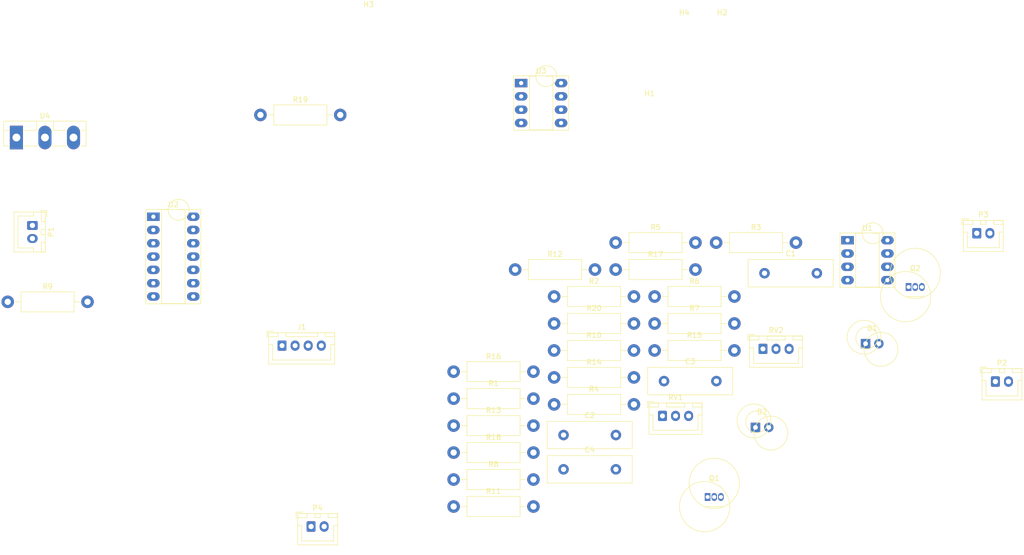
<source format=kicad_pcb>

(kicad_pcb(version 20171130)(host pcbnew "(5.1.4-0-10_14)")
  (general
    (thickness 1.6)
    (drawings 15)
    (tracks 417)
    (zones 0)
    (modules 52)
    (nets 44))
  (page "A4")
  (layers
    (0 F.Cu signal)
    (31 B.Cu signal hide)
    (32 B.Adhes user)
    (33 F.Adhes user)
    (34 B.Paste user)
    (35 F.Paste user)
    (36 B.SilkS user)
    (37 F.SilkS user)
    (38 B.Mask user)
    (39 F.Mask user)
    (40 Dwgs.User user)
    (41 Cmts.User user)
    (42 Eco1.User user)
    (43 Eco2.User user)
    (44 Edge.Cuts user)
    (45 Margin user)
    (46 B.CrtYd user)
    (47 F.CrtYd user)
    (48 B.Fab user)
    (49 F.Fab user))
  (setup
    (pad_to_mask_clearance 0)
    (pcbplotparams
      (layerselection 0x00010fc_ffffffff)
      (disableapertmacros false)
      (usegerberextensions false)
      (usegerberattributes true)
      (usegerberadvancedattributes true)
      (creategerberjobfile true)
      (svguseinch false)
      (svgprecision 6)
      (excludeedgelayer true)
      (plotframeref false)
      (viasonmask false)
      (mode 1)
      (useauxorigin false)
      (hpglpennumber 1)
      (hpglpenspeed 20)
      (hpglpendiameter 15.0)
      (dxfpolygonmode true)
      (dxfimperialunits true)
      (dxfusepcbnewfont true)
      (psnegative false)
      (psa4output false)
      (plotreference true)
      (plotvalue true)
      (plotinvisibletext false)
      (sketchpadsonfab false)
      (subtractmaskfromsilk false)
      (outputformat 1)
      (mirror false)
      (drillshape 1)
      (scaleselection 1)
      (outputdirectory "")))
  (net 0 "")
  (net 1 "Net-(C1-Pad1)")
  (net 2 "Net-(C1-Pad2)")
  (net 3 "Net-(C2-Pad1)")
  (net 4 "+6V")
  (net 5 "Net-(C3-Pad1)")
  (net 6 "Net-(C3-Pad2)")
  (net 7 "Net-(C4-Pad1)")
  (net 8 "Net-(D1-Pad1)")
  (net 9 "Net-(D1-Pad2)")
  (net 10 "Net-(D2-Pad1)")
  (net 11 "Net-(D2-Pad2)")
  (net 12 "Net-(J1-Pad1)")
  (net 13 "Net-(J1-Pad2)")
  (net 14 "unconnected-(J1-Pad3)")
  (net 15 "GND")
  (net 16 "Net-(P1-Pad1)")
  (net 17 "Net-(P1-Pad2)")
  (net 18 "+12V")
  (net 19 "Net-(P4-Pad1)")
  (net 20 "Net-(P4-Pad2)")
  (net 21 "Net-(Q1-Pad2)")
  (net 22 "Net-(Q2-Pad2)")
  (net 23 "Net-(R3-Pad1)")
  (net 24 "Net-(R3-Pad2)")
  (net 25 "Net-(R13-Pad1)")
  (net 26 "Net-(R13-Pad2)")
  (net 27 "Net-(RV1-Pad2)")
  (net 28 "Net-(RV2-Pad2)")
  (net 29 "unconnected-(U2-Pad4)")
  (module "LED_THT:LED_D3.0mm_Clear"
    (layer "F.Cu")
    (tedit 5A6C9BC0)
    (tstamp 02a96c24-0d82-47eb-873e-8d40348f697a)
    (at 234.565 78.474)
    (descr "IR-LED, diameter 3.0mm, 2 pins, color: clear")
    (tags "IR infrared LED diameter 3.0mm 2 pins clear")
    (path "/b760eed3-9072-4382-ae03-a8fd70f59dac")
    (fp_text reference "D1"
      (at 1.27 -2.96)
      (layer "F.SilkS")
      (effects
        (font
          (size 1 1)
          (thickness 0.15))))
    (fp_text value "LED"
      (at 1.27 2.96)
      (layer "F.Fab")
      (effects
        (font
          (size 1 1)
          (thickness 0.15))))
    (fp_text user "${REFERENCE}"
      (at 1.47 0)
      (layer "F.Fab")
      (effects
        (font
          (size 0.8 0.8)
          (thickness 0.12))))
    (fp_line
      (start -0.29 1.08)
      (end -0.29 1.236)
      (layer "F.SilkS")
      (width 0.12))
    (fp_line
      (start -0.29 -1.236)
      (end -0.29 -1.08)
      (layer "F.SilkS")
      (width 0.12))
    (fp_line
      (start -1.15 -2.25)
      (end -1.15 2.25)
      (layer "F.CrtYd")
      (width 0.05))
    (fp_line
      (start 3.7 -2.25)
      (end -1.15 -2.25)
      (layer "F.CrtYd")
      (width 0.05))
    (fp_line
      (start 3.7 2.25)
      (end 3.7 -2.25)
      (layer "F.CrtYd")
      (width 0.05))
    (fp_line
      (start -1.15 2.25)
      (end 3.7 2.25)
      (layer "F.CrtYd")
      (width 0.05))
    (fp_line
      (start -0.23 -1.16619)
      (end -0.23 1.16619)
      (layer "F.Fab")
      (width 0.1))
    (fp_arc
      (start 2.942335 1.078608)
      (end -0.29 1.235516)(angle 0)
      (layer "F.SilkS")
      (width 0.12))
    (fp_arc
      (start 2.31113 1.079837)
      (end 0.229039 1.08)(angle 0)
      (layer "F.SilkS")
      (width 0.12))
    (fp_arc
      (start -0.29 -1.235516)
      (end 2.942335 -1.078608)(angle 0)
      (layer "F.SilkS")
      (width 0.12))
    (fp_arc
      (start 0.229039 -1.08)
      (end 2.31113 -1.079837)(angle 0)
      (layer "F.SilkS")
      (width 0.12))
    (fp_arc
      (start -0.23 -1.16619)
      (end -0.230555 1.165476)(angle 0)
      (layer "F.Fab")
      (width 0.1))
    (fp_circle
      (center 1.27 0)
      (end 2.77 0)
      (layer "F.Fab")
      (width 0.1))
    (pad "1" thru_hole rect
      (at 0 0)
      (size 1.8 1.8)
      (drill 0.9)
      (layers *.Cu *.Mask)
      (net 8 "Net-(D1-Pad1)"))
    (pad "2" thru_hole circle
      (at 2.54 0)
      (size 1.8 1.8)
      (drill 0.9)
      (layers *.Cu *.Mask)
      (net 9 "Net-(D1-Pad2)"))
    (model "${KICAD6_3DMODEL_DIR}/LED_THT.3dshapes/LED_D3.0mm_Clear.wrl"
      (offset
        (xyz 0 0 0))
      (scale
        (xyz 1 1 1))
      (rotate
        (xyz 0 0 0))))
  (module "MountingHole:MountingHole_3.2mm_M3_ISO7380"
    (layer "F.Cu")
    (tedit 56D1B4CB)
    (tstamp 0876a5de-1ac0-4bdd-a680-09b7f9879678)
    (at 207.184 19.094)
    (descr "Mounting Hole 3.2mm, no annular, M3, ISO7380")
    (tags "mounting hole 3.2mm no annular m3 iso7380")
    (path "/00000000-0000-0000-0000-00006247d7d4")
    (fp_text reference "H2"
      (at 0 -3.85)
      (layer "F.SilkS")
      (effects
        (font
          (size 1 1)
          (thickness 0.15))))
    (fp_text value "MountingHole"
      (at 0 3.85)
      (layer "F.Fab")
      (effects
        (font
          (size 1 1)
          (thickness 0.15))))
    (fp_text user "${REFERENCE}"
      (at 0 0)
      (layer "F.Fab")
      (effects
        (font
          (size 1 1)
          (thickness 0.15))))
    (fp_circle
      (center 0 0)
      (end 2.85 0)
      (layer "Cmts.User")
      (width 0.15))
    (fp_circle
      (center 0 0)
      (end 3.1 0)
      (layer "F.CrtYd")
      (width 0.05))
    (pad "" np_thru_hole circle
      (at 0 0)
      (size 3.2 3.2)
      (drill 3.2)
      (layers *.Cu *.Mask)))
  (module "Resistor_THT:R_Axial_DIN0411_L9.9mm_D3.6mm_P15.24mm_Horizontal"
    (layer "F.Cu")
    (tedit 5AE5139B)
    (tstamp 17c369cf-c27d-429e-9fd7-b60e8872935e)
    (at 175.085 69.474)
    (descr "Resistor, Axial_DIN0411 series, Axial, Horizontal, pin pitch=15.24mm, 1W, length*diameter=9.9*3.6mm^2")
    (tags "Resistor Axial_DIN0411 series Axial Horizontal pin pitch 15.24mm 1W length 9.9mm diameter 3.6mm")
    (path "/add5b594-7f08-40a8-a64c-b0e007d299bb")
    (fp_text reference "R2"
      (at 7.62 -2.92)
      (layer "F.SilkS")
      (effects
        (font
          (size 1 1)
          (thickness 0.15))))
    (fp_text value "10k"
      (at 7.62 2.92)
      (layer "F.Fab")
      (effects
        (font
          (size 1 1)
          (thickness 0.15))))
    (fp_text user "${REFERENCE}"
      (at 7.62 0)
      (layer "F.Fab")
      (effects
        (font
          (size 1 1)
          (thickness 0.15))))
    (fp_line
      (start 2.55 -1.92)
      (end 2.55 1.92)
      (layer "F.SilkS")
      (width 0.12))
    (fp_line
      (start 12.69 -1.92)
      (end 2.55 -1.92)
      (layer "F.SilkS")
      (width 0.12))
    (fp_line
      (start 12.69 1.92)
      (end 12.69 -1.92)
      (layer "F.SilkS")
      (width 0.12))
    (fp_line
      (start 13.8 0)
      (end 12.69 0)
      (layer "F.SilkS")
      (width 0.12))
    (fp_line
      (start 1.44 0)
      (end 2.55 0)
      (layer "F.SilkS")
      (width 0.12))
    (fp_line
      (start 2.55 1.92)
      (end 12.69 1.92)
      (layer "F.SilkS")
      (width 0.12))
    (fp_line
      (start 16.69 -2.05)
      (end -1.45 -2.05)
      (layer "F.CrtYd")
      (width 0.05))
    (fp_line
      (start -1.45 2.05)
      (end 16.69 2.05)
      (layer "F.CrtYd")
      (width 0.05))
    (fp_line
      (start -1.45 -2.05)
      (end -1.45 2.05)
      (layer "F.CrtYd")
      (width 0.05))
    (fp_line
      (start 16.69 2.05)
      (end 16.69 -2.05)
      (layer "F.CrtYd")
      (width 0.05))
    (fp_line
      (start 12.57 -1.8)
      (end 2.67 -1.8)
      (layer "F.Fab")
      (width 0.1))
    (fp_line
      (start 2.67 1.8)
      (end 12.57 1.8)
      (layer "F.Fab")
      (width 0.1))
    (fp_line
      (start 15.24 0)
      (end 12.57 0)
      (layer "F.Fab")
      (width 0.1))
    (fp_line
      (start 12.57 1.8)
      (end 12.57 -1.8)
      (layer "F.Fab")
      (width 0.1))
    (fp_line
      (start 0 0)
      (end 2.67 0)
      (layer "F.Fab")
      (width 0.1))
    (fp_line
      (start 2.67 -1.8)
      (end 2.67 1.8)
      (layer "F.Fab")
      (width 0.1))
    (pad "1" thru_hole circle
      (at 0 0)
      (size 2.4 2.4)
      (drill 1.2)
      (layers *.Cu *.Mask)
      (net 16 "Net-(P1-Pad1)"))
    (pad "2" thru_hole oval
      (at 15.24 0)
      (size 2.4 2.4)
      (drill 1.2)
      (layers *.Cu *.Mask)
      (net 1 "Net-(C1-Pad1)"))
    (model "${KICAD6_3DMODEL_DIR}/Resistor_THT.3dshapes/R_Axial_DIN0411_L9.9mm_D3.6mm_P15.24mm_Horizontal.wrl"
      (offset
        (xyz 0 0 0))
      (scale
        (xyz 1 1 1))
      (rotate
        (xyz 0 0 0))))
  (module "Resistor_THT:R_Axial_DIN0411_L9.9mm_D3.6mm_P15.24mm_Horizontal"
    (layer "F.Cu")
    (tedit 5AE5139B)
    (tstamp 1df5d875-8a9c-43e5-b202-fc86872522cf)
    (at 175.085 74.624)
    (descr "Resistor, Axial_DIN0411 series, Axial, Horizontal, pin pitch=15.24mm, 1W, length*diameter=9.9*3.6mm^2")
    (tags "Resistor Axial_DIN0411 series Axial Horizontal pin pitch 15.24mm 1W length 9.9mm diameter 3.6mm")
    (path "/10f5d427-ea39-4c0a-ba5d-b8056dc22140")
    (fp_text reference "R20"
      (at 7.62 -2.92)
      (layer "F.SilkS")
      (effects
        (font
          (size 1 1)
          (thickness 0.15))))
    (fp_text value "270"
      (at 7.62 2.92)
      (layer "F.Fab")
      (effects
        (font
          (size 1 1)
          (thickness 0.15))))
    (fp_text user "${REFERENCE}"
      (at 7.62 0)
      (layer "F.Fab")
      (effects
        (font
          (size 1 1)
          (thickness 0.15))))
    (fp_line
      (start 2.55 -1.92)
      (end 2.55 1.92)
      (layer "F.SilkS")
      (width 0.12))
    (fp_line
      (start 1.44 0)
      (end 2.55 0)
      (layer "F.SilkS")
      (width 0.12))
    (fp_line
      (start 12.69 1.92)
      (end 12.69 -1.92)
      (layer "F.SilkS")
      (width 0.12))
    (fp_line
      (start 13.8 0)
      (end 12.69 0)
      (layer "F.SilkS")
      (width 0.12))
    (fp_line
      (start 2.55 1.92)
      (end 12.69 1.92)
      (layer "F.SilkS")
      (width 0.12))
    (fp_line
      (start 12.69 -1.92)
      (end 2.55 -1.92)
      (layer "F.SilkS")
      (width 0.12))
    (fp_line
      (start 16.69 2.05)
      (end 16.69 -2.05)
      (layer "F.CrtYd")
      (width 0.05))
    (fp_line
      (start 16.69 -2.05)
      (end -1.45 -2.05)
      (layer "F.CrtYd")
      (width 0.05))
    (fp_line
      (start -1.45 -2.05)
      (end -1.45 2.05)
      (layer "F.CrtYd")
      (width 0.05))
    (fp_line
      (start -1.45 2.05)
      (end 16.69 2.05)
      (layer "F.CrtYd")
      (width 0.05))
    (fp_line
      (start 2.67 1.8)
      (end 12.57 1.8)
      (layer "F.Fab")
      (width 0.1))
    (fp_line
      (start 15.24 0)
      (end 12.57 0)
      (layer "F.Fab")
      (width 0.1))
    (fp_line
      (start 2.67 -1.8)
      (end 2.67 1.8)
      (layer "F.Fab")
      (width 0.1))
    (fp_line
      (start 12.57 1.8)
      (end 12.57 -1.8)
      (layer "F.Fab")
      (width 0.1))
    (fp_line
      (start 0 0)
      (end 2.67 0)
      (layer "F.Fab")
      (width 0.1))
    (fp_line
      (start 12.57 -1.8)
      (end 2.67 -1.8)
      (layer "F.Fab")
      (width 0.1))
    (pad "1" thru_hole circle
      (at 0 0)
      (size 2.4 2.4)
      (drill 1.2)
      (layers *.Cu *.Mask)
      (net 15 "GND"))
    (pad "2" thru_hole oval
      (at 15.24 0)
      (size 2.4 2.4)
      (drill 1.2)
      (layers *.Cu *.Mask)
      (net 10 "Net-(D2-Pad1)"))
    (model "${KICAD6_3DMODEL_DIR}/Resistor_THT.3dshapes/R_Axial_DIN0411_L9.9mm_D3.6mm_P15.24mm_Horizontal.wrl"
      (offset
        (xyz 0 0 0))
      (scale
        (xyz 1 1 1))
      (rotate
        (xyz 0 0 0))))
  (module "Capacitor_THT:C_Disc_D16.0mm_W5.0mm_P10.00mm"
    (layer "F.Cu")
    (tedit 5AE50EF0)
    (tstamp 20d44f6a-736a-43bd-ba74-17795621b636)
    (at 215.265 65.024)
    (descr "C, Disc series, Radial, pin pitch=10.00mm, , diameter*width=16.0*5.0mm^2, Capacitor, http://www.vishay.com/docs/28535/vy2series.pdf")
    (tags "C Disc series Radial pin pitch 10.00mm  diameter 16.0mm width 5.0mm Capacitor")
    (path "/620e7ad5-5707-4bca-9715-33574041157e")
    (fp_text reference "C1"
      (at 5 -3.75)
      (layer "F.SilkS")
      (effects
        (font
          (size 1 1)
          (thickness 0.15))))
    (fp_text value "22pF"
      (at 5 3.75)
      (layer "F.Fab")
      (effects
        (font
          (size 1 1)
          (thickness 0.15))))
    (fp_text user "${REFERENCE}"
      (at 5 0)
      (layer "F.Fab")
      (effects
        (font
          (size 1 1)
          (thickness 0.15))))
    (fp_line
      (start -3.12 -2.62)
      (end -3.12 2.62)
      (layer "F.SilkS")
      (width 0.12))
    (fp_line
      (start -3.12 2.62)
      (end 13.12 2.62)
      (layer "F.SilkS")
      (width 0.12))
    (fp_line
      (start -3.12 -2.62)
      (end 13.12 -2.62)
      (layer "F.SilkS")
      (width 0.12))
    (fp_line
      (start 13.12 -2.62)
      (end 13.12 2.62)
      (layer "F.SilkS")
      (width 0.12))
    (fp_line
      (start -3.25 2.75)
      (end 13.25 2.75)
      (layer "F.CrtYd")
      (width 0.05))
    (fp_line
      (start -3.25 -2.75)
      (end -3.25 2.75)
      (layer "F.CrtYd")
      (width 0.05))
    (fp_line
      (start 13.25 2.75)
      (end 13.25 -2.75)
      (layer "F.CrtYd")
      (width 0.05))
    (fp_line
      (start 13.25 -2.75)
      (end -3.25 -2.75)
      (layer "F.CrtYd")
      (width 0.05))
    (fp_line
      (start -3 2.5)
      (end 13 2.5)
      (layer "F.Fab")
      (width 0.1))
    (fp_line
      (start 13 -2.5)
      (end -3 -2.5)
      (layer "F.Fab")
      (width 0.1))
    (fp_line
      (start -3 -2.5)
      (end -3 2.5)
      (layer "F.Fab")
      (width 0.1))
    (fp_line
      (start 13 2.5)
      (end 13 -2.5)
      (layer "F.Fab")
      (width 0.1))
    (pad "1" thru_hole circle
      (at 0 0)
      (size 2 2)
      (drill 1)
      (layers *.Cu *.Mask)
      (net 1 "Net-(C1-Pad1)"))
    (pad "2" thru_hole circle
      (at 10 0)
      (size 2 2)
      (drill 1)
      (layers *.Cu *.Mask)
      (net 2 "Net-(C1-Pad2)"))
    (model "${KICAD6_3DMODEL_DIR}/Capacitor_THT.3dshapes/C_Disc_D16.0mm_W5.0mm_P10.00mm.wrl"
      (offset
        (xyz 0 0 0))
      (scale
        (xyz 1 1 1))
      (rotate
        (xyz 0 0 0))))
  (module "Package_DIP:DIP-14_W7.62mm_Socket_LongPads"
    (layer "F.Cu")
    (tedit 5A02E8C5)
    (tstamp 253438e1-b2d5-45c8-bcfc-742c8344ecea)
    (at 98.552 54.229)
    (descr "14-lead though-hole mounted DIP package, row spacing 7.62 mm (300 mils), Socket, LongPads")
    (tags "THT DIP DIL PDIP 2.54mm 7.62mm 300mil Socket LongPads")
    (path "/f01efdb1-881c-40a2-bc25-404d9fd4e172")
    (fp_text reference "U2"
      (at 3.81 -2.33)
      (layer "F.SilkS")
      (effects
        (font
          (size 1 1)
          (thickness 0.15))))
    (fp_text value "Opamp_Quad"
      (at 3.81 17.57)
      (layer "F.Fab")
      (effects
        (font
          (size 1 1)
          (thickness 0.15))))
    (fp_text user "${REFERENCE}"
      (at 3.81 7.62)
      (layer "F.Fab")
      (effects
        (font
          (size 1 1)
          (thickness 0.15))))
    (fp_line
      (start -1.44 16.63)
      (end 9.06 16.63)
      (layer "F.SilkS")
      (width 0.12))
    (fp_line
      (start 9.06 16.63)
      (end 9.06 -1.39)
      (layer "F.SilkS")
      (width 0.12))
    (fp_line
      (start 6.06 -1.33)
      (end 4.81 -1.33)
      (layer "F.SilkS")
      (width 0.12))
    (fp_line
      (start 1.56 -1.33)
      (end 1.56 16.57)
      (layer "F.SilkS")
      (width 0.12))
    (fp_line
      (start 6.06 16.57)
      (end 6.06 -1.33)
      (layer "F.SilkS")
      (width 0.12))
    (fp_line
      (start 9.06 -1.39)
      (end -1.44 -1.39)
      (layer "F.SilkS")
      (width 0.12))
    (fp_line
      (start -1.44 -1.39)
      (end -1.44 16.63)
      (layer "F.SilkS")
      (width 0.12))
    (fp_line
      (start 2.81 -1.33)
      (end 1.56 -1.33)
      (layer "F.SilkS")
      (width 0.12))
    (fp_line
      (start 1.56 16.57)
      (end 6.06 16.57)
      (layer "F.SilkS")
      (width 0.12))
    (fp_line
      (start -1.55 16.85)
      (end 9.15 16.85)
      (layer "F.CrtYd")
      (width 0.05))
    (fp_line
      (start -1.55 -1.6)
      (end -1.55 16.85)
      (layer "F.CrtYd")
      (width 0.05))
    (fp_line
      (start 9.15 16.85)
      (end 9.15 -1.6)
      (layer "F.CrtYd")
      (width 0.05))
    (fp_line
      (start 9.15 -1.6)
      (end -1.55 -1.6)
      (layer "F.CrtYd")
      (width 0.05))
    (fp_line
      (start 8.89 16.57)
      (end 8.89 -1.33)
      (layer "F.Fab")
      (width 0.1))
    (fp_line
      (start 6.985 -1.27)
      (end 6.985 16.51)
      (layer "F.Fab")
      (width 0.1))
    (fp_line
      (start -1.27 16.57)
      (end 8.89 16.57)
      (layer "F.Fab")
      (width 0.1))
    (fp_line
      (start 0.635 16.51)
      (end 0.635 -0.27)
      (layer "F.Fab")
      (width 0.1))
    (fp_line
      (start 1.635 -1.27)
      (end 6.985 -1.27)
      (layer "F.Fab")
      (width 0.1))
    (fp_line
      (start 6.985 16.51)
      (end 0.635 16.51)
      (layer "F.Fab")
      (width 0.1))
    (fp_line
      (start -1.27 -1.33)
      (end -1.27 16.57)
      (layer "F.Fab")
      (width 0.1))
    (fp_line
      (start 0.635 -0.27)
      (end 1.635 -1.27)
      (layer "F.Fab")
      (width 0.1))
    (fp_line
      (start 8.89 -1.33)
      (end -1.27 -1.33)
      (layer "F.Fab")
      (width 0.1))
    (fp_arc
      (start 4.81 -1.33)
      (end 2.81 -1.33)(angle 0)
      (layer "F.SilkS")
      (width 0.12))
    (pad "1" thru_hole rect
      (at 0 0)
      (size 2.4 1.6)
      (drill 0.8)
      (layers *.Cu *.Mask)
      (net 2 "Net-(C1-Pad2)"))
    (pad "2" thru_hole oval
      (at 0 2.54)
      (size 2.4 1.6)
      (drill 0.8)
      (layers *.Cu *.Mask)
      (net 1 "Net-(C1-Pad1)"))
    (pad "3" thru_hole oval
      (at 0 5.08)
      (size 2.4 1.6)
      (drill 0.8)
      (layers *.Cu *.Mask)
      (net 3 "Net-(C2-Pad1)"))
    (pad "4" thru_hole oval
      (at 0 7.62)
      (size 2.4 1.6)
      (drill 0.8)
      (layers *.Cu *.Mask)
      (net 29 "unconnected-(U2-Pad4)"))
    (pad "5" thru_hole oval
      (at 0 10.16)
      (size 2.4 1.6)
      (drill 0.8)
      (layers *.Cu *.Mask)
      (net 4 "+6V"))
    (pad "6" thru_hole oval
      (at 0 12.7)
      (size 2.4 1.6)
      (drill 0.8)
      (layers *.Cu *.Mask)
      (net 23 "Net-(R3-Pad1)"))
    (pad "7" thru_hole oval
      (at 0 15.24)
      (size 2.4 1.6)
      (drill 0.8)
      (layers *.Cu *.Mask)
      (net 24 "Net-(R3-Pad2)"))
    (pad "8" thru_hole oval
      (at 7.62 15.24)
      (size 2.4 1.6)
      (drill 0.8)
      (layers *.Cu *.Mask)
      (net 6 "Net-(C3-Pad2)"))
    (pad "9" thru_hole oval
      (at 7.62 12.7)
      (size 2.4 1.6)
      (drill 0.8)
      (layers *.Cu *.Mask)
      (net 7 "Net-(C4-Pad1)"))
    (pad "10" thru_hole oval
      (at 7.62 10.16)
      (size 2.4 1.6)
      (drill 0.8)
      (layers *.Cu *.Mask)
      (net 5 "Net-(C3-Pad1)"))
    (pad "11" thru_hole oval
      (at 7.62 7.62)
      (size 2.4 1.6)
      (drill 0.8)
      (layers *.Cu *.Mask)
      (net 15 "GND"))
    (pad "12" thru_hole oval
      (at 7.62 5.08)
      (size 2.4 1.6)
      (drill 0.8)
      (layers *.Cu *.Mask)
      (net 25 "Net-(R13-Pad1)"))
    (pad "13" thru_hole oval
      (at 7.62 2.54)
      (size 2.4 1.6)
      (drill 0.8)
      (layers *.Cu *.Mask)
      (net 4 "+6V"))
    (pad "14" thru_hole oval
      (at 7.62 0)
      (size 2.4 1.6)
      (drill 0.8)
      (layers *.Cu *.Mask)
      (net 26 "Net-(R13-Pad2)"))
    (model "${KICAD6_3DMODEL_DIR}/Package_DIP.3dshapes/DIP-14_W7.62mm_Socket.wrl"
      (offset
        (xyz 0 0 0))
      (scale
        (xyz 1 1 1))
      (rotate
        (xyz 0 0 0))))
  (module "Resistor_THT:R_Axial_DIN0411_L9.9mm_D3.6mm_P15.24mm_Horizontal"
    (layer "F.Cu")
    (tedit 5AE5139B)
    (tstamp 29d472a1-c0d6-42c9-b2e5-a264b93a7ff1)
    (at 175.085 90.074)
    (descr "Resistor, Axial_DIN0411 series, Axial, Horizontal, pin pitch=15.24mm, 1W, length*diameter=9.9*3.6mm^2")
    (tags "Resistor Axial_DIN0411 series Axial Horizontal pin pitch 15.24mm 1W length 9.9mm diameter 3.6mm")
    (path "/ebce5b89-7cd3-4950-bf16-bd31083a698a")
    (fp_text reference "R4"
      (at 7.62 -2.92)
      (layer "F.SilkS")
      (effects
        (font
          (size 1 1)
          (thickness 0.15))))
    (fp_text value "10k"
      (at 7.62 2.92)
      (layer "F.Fab")
      (effects
        (font
          (size 1 1)
          (thickness 0.15))))
    (fp_text user "${REFERENCE}"
      (at 7.62 0)
      (layer "F.Fab")
      (effects
        (font
          (size 1 1)
          (thickness 0.15))))
    (fp_line
      (start 12.69 -1.92)
      (end 2.55 -1.92)
      (layer "F.SilkS")
      (width 0.12))
    (fp_line
      (start 2.55 1.92)
      (end 12.69 1.92)
      (layer "F.SilkS")
      (width 0.12))
    (fp_line
      (start 1.44 0)
      (end 2.55 0)
      (layer "F.SilkS")
      (width 0.12))
    (fp_line
      (start 12.69 1.92)
      (end 12.69 -1.92)
      (layer "F.SilkS")
      (width 0.12))
    (fp_line
      (start 13.8 0)
      (end 12.69 0)
      (layer "F.SilkS")
      (width 0.12))
    (fp_line
      (start 2.55 -1.92)
      (end 2.55 1.92)
      (layer "F.SilkS")
      (width 0.12))
    (fp_line
      (start -1.45 -2.05)
      (end -1.45 2.05)
      (layer "F.CrtYd")
      (width 0.05))
    (fp_line
      (start -1.45 2.05)
      (end 16.69 2.05)
      (layer "F.CrtYd")
      (width 0.05))
    (fp_line
      (start 16.69 2.05)
      (end 16.69 -2.05)
      (layer "F.CrtYd")
      (width 0.05))
    (fp_line
      (start 16.69 -2.05)
      (end -1.45 -2.05)
      (layer "F.CrtYd")
      (width 0.05))
    (fp_line
      (start 2.67 1.8)
      (end 12.57 1.8)
      (layer "F.Fab")
      (width 0.1))
    (fp_line
      (start 2.67 -1.8)
      (end 2.67 1.8)
      (layer "F.Fab")
      (width 0.1))
    (fp_line
      (start 12.57 -1.8)
      (end 2.67 -1.8)
      (layer "F.Fab")
      (width 0.1))
    (fp_line
      (start 12.57 1.8)
      (end 12.57 -1.8)
      (layer "F.Fab")
      (width 0.1))
    (fp_line
      (start 0 0)
      (end 2.67 0)
      (layer "F.Fab")
      (width 0.1))
    (fp_line
      (start 15.24 0)
      (end 12.57 0)
      (layer "F.Fab")
      (width 0.1))
    (pad "1" thru_hole circle
      (at 0 0)
      (size 2.4 2.4)
      (drill 1.2)
      (layers *.Cu *.Mask)
      (net 17 "Net-(P1-Pad2)"))
    (pad "2" thru_hole oval
      (at 15.24 0)
      (size 2.4 2.4)
      (drill 1.2)
      (layers *.Cu *.Mask)
      (net 3 "Net-(C2-Pad1)"))
    (model "${KICAD6_3DMODEL_DIR}/Resistor_THT.3dshapes/R_Axial_DIN0411_L9.9mm_D3.6mm_P15.24mm_Horizontal.wrl"
      (offset
        (xyz 0 0 0))
      (scale
        (xyz 1 1 1))
      (rotate
        (xyz 0 0 0))))
  (module "Resistor_THT:R_Axial_DIN0411_L9.9mm_D3.6mm_P15.24mm_Horizontal"
    (layer "F.Cu")
    (tedit 5AE5139B)
    (tstamp 2bc25db2-f44e-42f0-9b80-76e31e41df78)
    (at 167.645 64.324)
    (descr "Resistor, Axial_DIN0411 series, Axial, Horizontal, pin pitch=15.24mm, 1W, length*diameter=9.9*3.6mm^2")
    (tags "Resistor Axial_DIN0411 series Axial Horizontal pin pitch 15.24mm 1W length 9.9mm diameter 3.6mm")
    (path "/a4df01e5-0b1d-453f-be97-b17ad57cec52")
    (fp_text reference "R12"
      (at 7.62 -2.92)
      (layer "F.SilkS")
      (effects
        (font
          (size 1 1)
          (thickness 0.15))))
    (fp_text value "10k"
      (at 7.62 2.92)
      (layer "F.Fab")
      (effects
        (font
          (size 1 1)
          (thickness 0.15))))
    (fp_text user "${REFERENCE}"
      (at 7.62 0)
      (layer "F.Fab")
      (effects
        (font
          (size 1 1)
          (thickness 0.15))))
    (fp_line
      (start 12.69 -1.92)
      (end 2.55 -1.92)
      (layer "F.SilkS")
      (width 0.12))
    (fp_line
      (start 1.44 0)
      (end 2.55 0)
      (layer "F.SilkS")
      (width 0.12))
    (fp_line
      (start 2.55 1.92)
      (end 12.69 1.92)
      (layer "F.SilkS")
      (width 0.12))
    (fp_line
      (start 2.55 -1.92)
      (end 2.55 1.92)
      (layer "F.SilkS")
      (width 0.12))
    (fp_line
      (start 13.8 0)
      (end 12.69 0)
      (layer "F.SilkS")
      (width 0.12))
    (fp_line
      (start 12.69 1.92)
      (end 12.69 -1.92)
      (layer "F.SilkS")
      (width 0.12))
    (fp_line
      (start 16.69 2.05)
      (end 16.69 -2.05)
      (layer "F.CrtYd")
      (width 0.05))
    (fp_line
      (start -1.45 2.05)
      (end 16.69 2.05)
      (layer "F.CrtYd")
      (width 0.05))
    (fp_line
      (start 16.69 -2.05)
      (end -1.45 -2.05)
      (layer "F.CrtYd")
      (width 0.05))
    (fp_line
      (start -1.45 -2.05)
      (end -1.45 2.05)
      (layer "F.CrtYd")
      (width 0.05))
    (fp_line
      (start 12.57 1.8)
      (end 12.57 -1.8)
      (layer "F.Fab")
      (width 0.1))
    (fp_line
      (start 15.24 0)
      (end 12.57 0)
      (layer "F.Fab")
      (width 0.1))
    (fp_line
      (start 2.67 -1.8)
      (end 2.67 1.8)
      (layer "F.Fab")
      (width 0.1))
    (fp_line
      (start 12.57 -1.8)
      (end 2.67 -1.8)
      (layer "F.Fab")
      (width 0.1))
    (fp_line
      (start 2.67 1.8)
      (end 12.57 1.8)
      (layer "F.Fab")
      (width 0.1))
    (fp_line
      (start 0 0)
      (end 2.67 0)
      (layer "F.Fab")
      (width 0.1))
    (pad "1" thru_hole circle
      (at 0 0)
      (size 2.4 2.4)
      (drill 1.2)
      (layers *.Cu *.Mask)
      (net 19 "Net-(P4-Pad1)"))
    (pad "2" thru_hole oval
      (at 15.24 0)
      (size 2.4 2.4)
      (drill 1.2)
      (layers *.Cu *.Mask)
      (net 5 "Net-(C3-Pad1)"))
    (model "${KICAD6_3DMODEL_DIR}/Resistor_THT.3dshapes/R_Axial_DIN0411_L9.9mm_D3.6mm_P15.24mm_Horizontal.wrl"
      (offset
        (xyz 0 0 0))
      (scale
        (xyz 1 1 1))
      (rotate
        (xyz 0 0 0))))
  (module "Connector_JST:JST_XH_B2B-XH-A_1x02_P2.50mm_Vertical"
    (layer "F.Cu")
    (tedit 5C28146C)
    (tstamp 40af157d-bec1-489e-8581-29ec391f5c92)
    (at 128.671 113.394)
    (descr "JST XH series connector, B2B-XH-A (http://www.jst-mfg.com/product/pdf/eng/eXH.pdf), generated with kicad-footprint-generator")
    (tags "connector JST XH vertical")
    (path "/029767b2-2fd2-4343-8e95-4bbc884c01b1")
    (fp_text reference "P4"
      (at 1.25 -3.55)
      (layer "F.SilkS")
      (effects
        (font
          (size 1 1)
          (thickness 0.15))))
    (fp_text value "piezzo2"
      (at 1.25 4.6)
      (layer "F.Fab")
      (effects
        (font
          (size 1 1)
          (thickness 0.15))))
    (fp_text user "${REFERENCE}"
      (at 1.25 2.7)
      (layer "F.Fab")
      (effects
        (font
          (size 1 1)
          (thickness 0.15))))
    (fp_line
      (start -1.6 -2.75)
      (end -2.85 -2.75)
      (layer "F.SilkS")
      (width 0.12))
    (fp_line
      (start -0.75 -2.45)
      (end -2.55 -2.45)
      (layer "F.SilkS")
      (width 0.12))
    (fp_line
      (start 4.3 2.75)
      (end 1.25 2.75)
      (layer "F.SilkS")
      (width 0.12))
    (fp_line
      (start 3.25 -2.45)
      (end 3.25 -1.7)
      (layer "F.SilkS")
      (width 0.12))
    (fp_line
      (start 4.3 -0.2)
      (end 4.3 2.75)
      (layer "F.SilkS")
      (width 0.12))
    (fp_line
      (start 0.75 -2.45)
      (end 0.75 -1.7)
      (layer "F.SilkS")
      (width 0.12))
    (fp_line
      (start 5.05 -0.2)
      (end 4.3 -0.2)
      (layer "F.SilkS")
      (width 0.12))
    (fp_line
      (start -2.85 -2.75)
      (end -2.85 -1.5)
      (layer "F.SilkS")
      (width 0.12))
    (fp_line
      (start 1.75 -2.45)
      (end 0.75 -2.45)
      (layer "F.SilkS")
      (width 0.12))
    (fp_line
      (start 5.06 3.51)
      (end 5.06 -2.46)
      (layer "F.SilkS")
      (width 0.12))
    (fp_line
      (start 1.75 -1.7)
      (end 1.75 -2.45)
      (layer "F.SilkS")
      (width 0.12))
    (fp_line
      (start -2.55 -2.45)
      (end -2.55 -1.7)
      (layer "F.SilkS")
      (width 0.12))
    (fp_line
      (start 5.05 -1.7)
      (end 5.05 -2.45)
      (layer "F.SilkS")
      (width 0.12))
    (fp_line
      (start 3.25 -1.7)
      (end 5.05 -1.7)
      (layer "F.SilkS")
      (width 0.12))
    (fp_line
      (start -2.55 -1.7)
      (end -0.75 -1.7)
      (layer "F.SilkS")
      (width 0.12))
    (fp_line
      (start -2.55 -0.2)
      (end -1.8 -0.2)
      (layer "F.SilkS")
      (width 0.12))
    (fp_line
      (start -1.8 -0.2)
      (end -1.8 2.75)
      (layer "F.SilkS")
      (width 0.12))
    (fp_line
      (start 5.05 -2.45)
      (end 3.25 -2.45)
      (layer "F.SilkS")
      (width 0.12))
    (fp_line
      (start -2.56 -2.46)
      (end -2.56 3.51)
      (layer "F.SilkS")
      (width 0.12))
    (fp_line
      (start -2.56 3.51)
      (end 5.06 3.51)
      (layer "F.SilkS")
      (width 0.12))
    (fp_line
      (start -1.8 2.75)
      (end 1.25 2.75)
      (layer "F.SilkS")
      (width 0.12))
    (fp_line
      (start 5.06 -2.46)
      (end -2.56 -2.46)
      (layer "F.SilkS")
      (width 0.12))
    (fp_line
      (start 0.75 -1.7)
      (end 1.75 -1.7)
      (layer "F.SilkS")
      (width 0.12))
    (fp_line
      (start -0.75 -1.7)
      (end -0.75 -2.45)
      (layer "F.SilkS")
      (width 0.12))
    (fp_line
      (start 5.45 -2.85)
      (end -2.95 -2.85)
      (layer "F.CrtYd")
      (width 0.05))
    (fp_line
      (start -2.95 -2.85)
      (end -2.95 3.9)
      (layer "F.CrtYd")
      (width 0.05))
    (fp_line
      (start 5.45 3.9)
      (end 5.45 -2.85)
      (layer "F.CrtYd")
      (width 0.05))
    (fp_line
      (start -2.95 3.9)
      (end 5.45 3.9)
      (layer "F.CrtYd")
      (width 0.05))
    (fp_line
      (start 0 -1.35)
      (end 0.625 -2.35)
      (layer "F.Fab")
      (width 0.1))
    (fp_line
      (start -0.625 -2.35)
      (end 0 -1.35)
      (layer "F.Fab")
      (width 0.1))
    (fp_line
      (start -2.45 3.4)
      (end 4.95 3.4)
      (layer "F.Fab")
      (width 0.1))
    (fp_line
      (start 4.95 3.4)
      (end 4.95 -2.35)
      (layer "F.Fab")
      (width 0.1))
    (fp_line
      (start 4.95 -2.35)
      (end -2.45 -2.35)
      (layer "F.Fab")
      (width 0.1))
    (fp_line
      (start -2.45 -2.35)
      (end -2.45 3.4)
      (layer "F.Fab")
      (width 0.1))
    (pad "1" thru_hole roundrect
      (at 0 0)
      (size 1.7 2)
      (drill 1)
      (layers *.Cu *.Mask)
      (roundrect_rratio 0.147059)
      (net 19 "Net-(P4-Pad1)"))
    (pad "2" thru_hole oval
      (at 2.5 0)
      (size 1.7 2)
      (drill 1)
      (layers *.Cu *.Mask)
      (net 20 "Net-(P4-Pad2)"))
    (model "${KICAD6_3DMODEL_DIR}/Connector_JST.3dshapes/JST_XH_B2B-XH-A_1x02_P2.50mm_Vertical.wrl"
      (offset
        (xyz 0 0 0))
      (scale
        (xyz 1 1 1))
      (rotate
        (xyz 0 0 0))))
  (module "Resistor_THT:R_Axial_DIN0411_L9.9mm_D3.6mm_P15.24mm_Horizontal"
    (layer "F.Cu")
    (tedit 5AE5139B)
    (tstamp 40c8e655-7341-4885-8c8d-7b5167388112)
    (at 186.835 64.324)
    (descr "Resistor, Axial_DIN0411 series, Axial, Horizontal, pin pitch=15.24mm, 1W, length*diameter=9.9*3.6mm^2")
    (tags "Resistor Axial_DIN0411 series Axial Horizontal pin pitch 15.24mm 1W length 9.9mm diameter 3.6mm")
    (path "/badd6522-d4ab-472a-93ee-17b4f15bd00e")
    (fp_text reference "R17"
      (at 7.62 -2.92)
      (layer "F.SilkS")
      (effects
        (font
          (size 1 1)
          (thickness 0.15))))
    (fp_text value "3k"
      (at 7.62 2.92)
      (layer "F.Fab")
      (effects
        (font
          (size 1 1)
          (thickness 0.15))))
    (fp_text user "${REFERENCE}"
      (at 7.62 0)
      (layer "F.Fab")
      (effects
        (font
          (size 1 1)
          (thickness 0.15))))
    (fp_line
      (start 12.69 1.92)
      (end 12.69 -1.92)
      (layer "F.SilkS")
      (width 0.12))
    (fp_line
      (start 12.69 -1.92)
      (end 2.55 -1.92)
      (layer "F.SilkS")
      (width 0.12))
    (fp_line
      (start 13.8 0)
      (end 12.69 0)
      (layer "F.SilkS")
      (width 0.12))
    (fp_line
      (start 1.44 0)
      (end 2.55 0)
      (layer "F.SilkS")
      (width 0.12))
    (fp_line
      (start 2.55 1.92)
      (end 12.69 1.92)
      (layer "F.SilkS")
      (width 0.12))
    (fp_line
      (start 2.55 -1.92)
      (end 2.55 1.92)
      (layer "F.SilkS")
      (width 0.12))
    (fp_line
      (start -1.45 2.05)
      (end 16.69 2.05)
      (layer "F.CrtYd")
      (width 0.05))
    (fp_line
      (start -1.45 -2.05)
      (end -1.45 2.05)
      (layer "F.CrtYd")
      (width 0.05))
    (fp_line
      (start 16.69 2.05)
      (end 16.69 -2.05)
      (layer "F.CrtYd")
      (width 0.05))
    (fp_line
      (start 16.69 -2.05)
      (end -1.45 -2.05)
      (layer "F.CrtYd")
      (width 0.05))
    (fp_line
      (start 12.57 -1.8)
      (end 2.67 -1.8)
      (layer "F.Fab")
      (width 0.1))
    (fp_line
      (start 12.57 1.8)
      (end 12.57 -1.8)
      (layer "F.Fab")
      (width 0.1))
    (fp_line
      (start 2.67 -1.8)
      (end 2.67 1.8)
      (layer "F.Fab")
      (width 0.1))
    (fp_line
      (start 2.67 1.8)
      (end 12.57 1.8)
      (layer "F.Fab")
      (width 0.1))
    (fp_line
      (start 15.24 0)
      (end 12.57 0)
      (layer "F.Fab")
      (width 0.1))
    (fp_line
      (start 0 0)
      (end 2.67 0)
      (layer "F.Fab")
      (width 0.1))
    (pad "1" thru_hole circle
      (at 0 0)
      (size 2.4 2.4)
      (drill 1.2)
      (layers *.Cu *.Mask)
      (net 11 "Net-(D2-Pad2)"))
    (pad "2" thru_hole oval
      (at 15.24 0)
      (size 2.4 2.4)
      (drill 1.2)
      (layers *.Cu *.Mask)
      (net 18 "+12V"))
    (model "${KICAD6_3DMODEL_DIR}/Resistor_THT.3dshapes/R_Axial_DIN0411_L9.9mm_D3.6mm_P15.24mm_Horizontal.wrl"
      (offset
        (xyz 0 0 0))
      (scale
        (xyz 1 1 1))
      (rotate
        (xyz 0 0 0))))
  (module "MountingHole:MountingHole_3.2mm_M3_ISO7380"
    (layer "F.Cu")
    (tedit 56D1B4CB)
    (tstamp 467b4061-0036-4f37-bc11-2c9e5580407c)
    (at 139.664 17.544)
    (descr "Mounting Hole 3.2mm, no annular, M3, ISO7380")
    (tags "mounting hole 3.2mm no annular m3 iso7380")
    (path "/00000000-0000-0000-0000-00006247de98")
    (fp_text reference "H3"
      (at 0 -3.85)
      (layer "F.SilkS")
      (effects
        (font
          (size 1 1)
          (thickness 0.15))))
    (fp_text value "MountingHole"
      (at 0 3.85)
      (layer "F.Fab")
      (effects
        (font
          (size 1 1)
          (thickness 0.15))))
    (fp_text user "${REFERENCE}"
      (at 0 0)
      (layer "F.Fab")
      (effects
        (font
          (size 1 1)
          (thickness 0.15))))
    (fp_circle
      (center 0 0)
      (end 2.85 0)
      (layer "Cmts.User")
      (width 0.15))
    (fp_circle
      (center 0 0)
      (end 3.1 0)
      (layer "F.CrtYd")
      (width 0.05))
    (pad "" np_thru_hole circle
      (at 0 0)
      (size 3.2 3.2)
      (drill 3.2)
      (layers *.Cu *.Mask)))
  (module "Resistor_THT:R_Axial_DIN0411_L9.9mm_D3.6mm_P15.24mm_Horizontal"
    (layer "F.Cu")
    (tedit 5AE5139B)
    (tstamp 475abcdd-1c9a-435a-986b-0b7bcf8e6050)
    (at 175.085 79.774)
    (descr "Resistor, Axial_DIN0411 series, Axial, Horizontal, pin pitch=15.24mm, 1W, length*diameter=9.9*3.6mm^2")
    (tags "Resistor Axial_DIN0411 series Axial Horizontal pin pitch 15.24mm 1W length 9.9mm diameter 3.6mm")
    (path "/15434c73-ca27-47fe-90b5-5db0be3d06a5")
    (fp_text reference "R10"
      (at 7.62 -2.92)
      (layer "F.SilkS")
      (effects
        (font
          (size 1 1)
          (thickness 0.15))))
    (fp_text value "270"
      (at 7.62 2.92)
      (layer "F.Fab")
      (effects
        (font
          (size 1 1)
          (thickness 0.15))))
    (fp_text user "${REFERENCE}"
      (at 7.62 0)
      (layer "F.Fab")
      (effects
        (font
          (size 1 1)
          (thickness 0.15))))
    (fp_line
      (start 12.69 1.92)
      (end 12.69 -1.92)
      (layer "F.SilkS")
      (width 0.12))
    (fp_line
      (start 12.69 -1.92)
      (end 2.55 -1.92)
      (layer "F.SilkS")
      (width 0.12))
    (fp_line
      (start 2.55 -1.92)
      (end 2.55 1.92)
      (layer "F.SilkS")
      (width 0.12))
    (fp_line
      (start 13.8 0)
      (end 12.69 0)
      (layer "F.SilkS")
      (width 0.12))
    (fp_line
      (start 2.55 1.92)
      (end 12.69 1.92)
      (layer "F.SilkS")
      (width 0.12))
    (fp_line
      (start 1.44 0)
      (end 2.55 0)
      (layer "F.SilkS")
      (width 0.12))
    (fp_line
      (start -1.45 2.05)
      (end 16.69 2.05)
      (layer "F.CrtYd")
      (width 0.05))
    (fp_line
      (start 16.69 -2.05)
      (end -1.45 -2.05)
      (layer "F.CrtYd")
      (width 0.05))
    (fp_line
      (start 16.69 2.05)
      (end 16.69 -2.05)
      (layer "F.CrtYd")
      (width 0.05))
    (fp_line
      (start -1.45 -2.05)
      (end -1.45 2.05)
      (layer "F.CrtYd")
      (width 0.05))
    (fp_line
      (start 15.24 0)
      (end 12.57 0)
      (layer "F.Fab")
      (width 0.1))
    (fp_line
      (start 2.67 -1.8)
      (end 2.67 1.8)
      (layer "F.Fab")
      (width 0.1))
    (fp_line
      (start 12.57 -1.8)
      (end 2.67 -1.8)
      (layer "F.Fab")
      (width 0.1))
    (fp_line
      (start 2.67 1.8)
      (end 12.57 1.8)
      (layer "F.Fab")
      (width 0.1))
    (fp_line
      (start 0 0)
      (end 2.67 0)
      (layer "F.Fab")
      (width 0.1))
    (fp_line
      (start 12.57 1.8)
      (end 12.57 -1.8)
      (layer "F.Fab")
      (width 0.1))
    (pad "1" thru_hole circle
      (at 0 0)
      (size 2.4 2.4)
      (drill 1.2)
      (layers *.Cu *.Mask)
      (net 8 "Net-(D1-Pad1)"))
    (pad "2" thru_hole oval
      (at 15.24 0)
      (size 2.4 2.4)
      (drill 1.2)
      (layers *.Cu *.Mask)
      (net 15 "GND"))
    (model "${KICAD6_3DMODEL_DIR}/Resistor_THT.3dshapes/R_Axial_DIN0411_L9.9mm_D3.6mm_P15.24mm_Horizontal.wrl"
      (offset
        (xyz 0 0 0))
      (scale
        (xyz 1 1 1))
      (rotate
        (xyz 0 0 0))))
  (module "Resistor_THT:R_Axial_DIN0411_L9.9mm_D3.6mm_P15.24mm_Horizontal"
    (layer "F.Cu")
    (tedit 5AE5139B)
    (tstamp 48936810-9e12-4264-8ed1-89af32e04c7e)
    (at 118.999 34.798)
    (descr "Resistor, Axial_DIN0411 series, Axial, Horizontal, pin pitch=15.24mm, 1W, length*diameter=9.9*3.6mm^2")
    (tags "Resistor Axial_DIN0411 series Axial Horizontal pin pitch 15.24mm 1W length 9.9mm diameter 3.6mm")
    (path "/ca878334-b6fd-41fd-9eb9-4fc7de5ba635")
    (fp_text reference "R19"
      (at 7.62 -2.92)
      (layer "F.SilkS")
      (effects
        (font
          (size 1 1)
          (thickness 0.15))))
    (fp_text value "100M"
      (at 7.62 2.92)
      (layer "F.Fab")
      (effects
        (font
          (size 1 1)
          (thickness 0.15))))
    (fp_text user "${REFERENCE}"
      (at 7.62 0)
      (layer "F.Fab")
      (effects
        (font
          (size 1 1)
          (thickness 0.15))))
    (fp_line
      (start 1.44 0)
      (end 2.55 0)
      (layer "F.SilkS")
      (width 0.12))
    (fp_line
      (start 12.69 -1.92)
      (end 2.55 -1.92)
      (layer "F.SilkS")
      (width 0.12))
    (fp_line
      (start 12.69 1.92)
      (end 12.69 -1.92)
      (layer "F.SilkS")
      (width 0.12))
    (fp_line
      (start 13.8 0)
      (end 12.69 0)
      (layer "F.SilkS")
      (width 0.12))
    (fp_line
      (start 2.55 -1.92)
      (end 2.55 1.92)
      (layer "F.SilkS")
      (width 0.12))
    (fp_line
      (start 2.55 1.92)
      (end 12.69 1.92)
      (layer "F.SilkS")
      (width 0.12))
    (fp_line
      (start 16.69 -2.05)
      (end -1.45 -2.05)
      (layer "F.CrtYd")
      (width 0.05))
    (fp_line
      (start 16.69 2.05)
      (end 16.69 -2.05)
      (layer "F.CrtYd")
      (width 0.05))
    (fp_line
      (start -1.45 -2.05)
      (end -1.45 2.05)
      (layer "F.CrtYd")
      (width 0.05))
    (fp_line
      (start -1.45 2.05)
      (end 16.69 2.05)
      (layer "F.CrtYd")
      (width 0.05))
    (fp_line
      (start 12.57 1.8)
      (end 12.57 -1.8)
      (layer "F.Fab")
      (width 0.1))
    (fp_line
      (start 15.24 0)
      (end 12.57 0)
      (layer "F.Fab")
      (width 0.1))
    (fp_line
      (start 12.57 -1.8)
      (end 2.67 -1.8)
      (layer "F.Fab")
      (width 0.1))
    (fp_line
      (start 2.67 -1.8)
      (end 2.67 1.8)
      (layer "F.Fab")
      (width 0.1))
    (fp_line
      (start 0 0)
      (end 2.67 0)
      (layer "F.Fab")
      (width 0.1))
    (fp_line
      (start 2.67 1.8)
      (end 12.57 1.8)
      (layer "F.Fab")
      (width 0.1))
    (pad "1" thru_hole circle
      (at 0 0)
      (size 2.4 2.4)
      (drill 1.2)
      (layers *.Cu *.Mask)
      (net 7 "Net-(C4-Pad1)"))
    (pad "2" thru_hole oval
      (at 15.24 0)
      (size 2.4 2.4)
      (drill 1.2)
      (layers *.Cu *.Mask)
      (net 4 "+6V"))
    (model "${KICAD6_3DMODEL_DIR}/Resistor_THT.3dshapes/R_Axial_DIN0411_L9.9mm_D3.6mm_P15.24mm_Horizontal.wrl"
      (offset
        (xyz 0 0 0))
      (scale
        (xyz 1 1 1))
      (rotate
        (xyz 0 0 0))))
  (module "Resistor_THT:R_Axial_DIN0411_L9.9mm_D3.6mm_P15.24mm_Horizontal"
    (layer "F.Cu")
    (tedit 5AE5139B)
    (tstamp 51c712eb-6513-4a0f-8db4-ad2acb415d80)
    (at 194.275 69.474)
    (descr "Resistor, Axial_DIN0411 series, Axial, Horizontal, pin pitch=15.24mm, 1W, length*diameter=9.9*3.6mm^2")
    (tags "Resistor Axial_DIN0411 series Axial Horizontal pin pitch 15.24mm 1W length 9.9mm diameter 3.6mm")
    (path "/27f808a7-18c4-41d2-8e4b-48f7af35e45c")
    (fp_text reference "R6"
      (at 7.62 -2.92)
      (layer "F.SilkS")
      (effects
        (font
          (size 1 1)
          (thickness 0.15))))
    (fp_text value "10k"
      (at 7.62 2.92)
      (layer "F.Fab")
      (effects
        (font
          (size 1 1)
          (thickness 0.15))))
    (fp_text user "${REFERENCE}"
      (at 7.62 0)
      (layer "F.Fab")
      (effects
        (font
          (size 1 1)
          (thickness 0.15))))
    (fp_line
      (start 12.69 -1.92)
      (end 2.55 -1.92)
      (layer "F.SilkS")
      (width 0.12))
    (fp_line
      (start 2.55 1.92)
      (end 12.69 1.92)
      (layer "F.SilkS")
      (width 0.12))
    (fp_line
      (start 12.69 1.92)
      (end 12.69 -1.92)
      (layer "F.SilkS")
      (width 0.12))
    (fp_line
      (start 13.8 0)
      (end 12.69 0)
      (layer "F.SilkS")
      (width 0.12))
    (fp_line
      (start 1.44 0)
      (end 2.55 0)
      (layer "F.SilkS")
      (width 0.12))
    (fp_line
      (start 2.55 -1.92)
      (end 2.55 1.92)
      (layer "F.SilkS")
      (width 0.12))
    (fp_line
      (start 16.69 2.05)
      (end 16.69 -2.05)
      (layer "F.CrtYd")
      (width 0.05))
    (fp_line
      (start 16.69 -2.05)
      (end -1.45 -2.05)
      (layer "F.CrtYd")
      (width 0.05))
    (fp_line
      (start -1.45 -2.05)
      (end -1.45 2.05)
      (layer "F.CrtYd")
      (width 0.05))
    (fp_line
      (start -1.45 2.05)
      (end 16.69 2.05)
      (layer "F.CrtYd")
      (width 0.05))
    (fp_line
      (start 12.57 1.8)
      (end 12.57 -1.8)
      (layer "F.Fab")
      (width 0.1))
    (fp_line
      (start 2.67 1.8)
      (end 12.57 1.8)
      (layer "F.Fab")
      (width 0.1))
    (fp_line
      (start 12.57 -1.8)
      (end 2.67 -1.8)
      (layer "F.Fab")
      (width 0.1))
    (fp_line
      (start 0 0)
      (end 2.67 0)
      (layer "F.Fab")
      (width 0.1))
    (fp_line
      (start 2.67 -1.8)
      (end 2.67 1.8)
      (layer "F.Fab")
      (width 0.1))
    (fp_line
      (start 15.24 0)
      (end 12.57 0)
      (layer "F.Fab")
      (width 0.1))
    (pad "1" thru_hole circle
      (at 0 0)
      (size 2.4 2.4)
      (drill 1.2)
      (layers *.Cu *.Mask)
      (net 2 "Net-(C1-Pad2)"))
    (pad "2" thru_hole oval
      (at 15.24 0)
      (size 2.4 2.4)
      (drill 1.2)
      (layers *.Cu *.Mask)
      (net 23 "Net-(R3-Pad1)"))
    (model "${KICAD6_3DMODEL_DIR}/Resistor_THT.3dshapes/R_Axial_DIN0411_L9.9mm_D3.6mm_P15.24mm_Horizontal.wrl"
      (offset
        (xyz 0 0 0))
      (scale
        (xyz 1 1 1))
      (rotate
        (xyz 0 0 0))))
  (module "Resistor_THT:R_Axial_DIN0411_L9.9mm_D3.6mm_P15.24mm_Horizontal"
    (layer "F.Cu")
    (tedit 5AE5139B)
    (tstamp 59739e5e-6177-4c9f-b020-cdc056197113)
    (at 194.275 74.624)
    (descr "Resistor, Axial_DIN0411 series, Axial, Horizontal, pin pitch=15.24mm, 1W, length*diameter=9.9*3.6mm^2")
    (tags "Resistor Axial_DIN0411 series Axial Horizontal pin pitch 15.24mm 1W length 9.9mm diameter 3.6mm")
    (path "/5da350d4-d4c6-4f76-86bb-4b1631d9d653")
    (fp_text reference "R7"
      (at 7.62 -2.92)
      (layer "F.SilkS")
      (effects
        (font
          (size 1 1)
          (thickness 0.15))))
    (fp_text value "3k"
      (at 7.62 2.92)
      (layer "F.Fab")
      (effects
        (font
          (size 1 1)
          (thickness 0.15))))
    (fp_text user "${REFERENCE}"
      (at 7.62 0)
      (layer "F.Fab")
      (effects
        (font
          (size 1 1)
          (thickness 0.15))))
    (fp_line
      (start 1.44 0)
      (end 2.55 0)
      (layer "F.SilkS")
      (width 0.12))
    (fp_line
      (start 13.8 0)
      (end 12.69 0)
      (layer "F.SilkS")
      (width 0.12))
    (fp_line
      (start 2.55 -1.92)
      (end 2.55 1.92)
      (layer "F.SilkS")
      (width 0.12))
    (fp_line
      (start 12.69 1.92)
      (end 12.69 -1.92)
      (layer "F.SilkS")
      (width 0.12))
    (fp_line
      (start 2.55 1.92)
      (end 12.69 1.92)
      (layer "F.SilkS")
      (width 0.12))
    (fp_line
      (start 12.69 -1.92)
      (end 2.55 -1.92)
      (layer "F.SilkS")
      (width 0.12))
    (fp_line
      (start -1.45 -2.05)
      (end -1.45 2.05)
      (layer "F.CrtYd")
      (width 0.05))
    (fp_line
      (start 16.69 -2.05)
      (end -1.45 -2.05)
      (layer "F.CrtYd")
      (width 0.05))
    (fp_line
      (start 16.69 2.05)
      (end 16.69 -2.05)
      (layer "F.CrtYd")
      (width 0.05))
    (fp_line
      (start -1.45 2.05)
      (end 16.69 2.05)
      (layer "F.CrtYd")
      (width 0.05))
    (fp_line
      (start 12.57 1.8)
      (end 12.57 -1.8)
      (layer "F.Fab")
      (width 0.1))
    (fp_line
      (start 2.67 -1.8)
      (end 2.67 1.8)
      (layer "F.Fab")
      (width 0.1))
    (fp_line
      (start 0 0)
      (end 2.67 0)
      (layer "F.Fab")
      (width 0.1))
    (fp_line
      (start 12.57 -1.8)
      (end 2.67 -1.8)
      (layer "F.Fab")
      (width 0.1))
    (fp_line
      (start 2.67 1.8)
      (end 12.57 1.8)
      (layer "F.Fab")
      (width 0.1))
    (fp_line
      (start 15.24 0)
      (end 12.57 0)
      (layer "F.Fab")
      (width 0.1))
    (pad "1" thru_hole circle
      (at 0 0)
      (size 2.4 2.4)
      (drill 1.2)
      (layers *.Cu *.Mask)
      (net 9 "Net-(D1-Pad2)"))
    (pad "2" thru_hole oval
      (at 15.24 0)
      (size 2.4 2.4)
      (drill 1.2)
      (layers *.Cu *.Mask)
      (net 18 "+12V"))
    (model "${KICAD6_3DMODEL_DIR}/Resistor_THT.3dshapes/R_Axial_DIN0411_L9.9mm_D3.6mm_P15.24mm_Horizontal.wrl"
      (offset
        (xyz 0 0 0))
      (scale
        (xyz 1 1 1))
      (rotate
        (xyz 0 0 0))))
  (module "LED_THT:LED_D3.0mm_Clear"
    (layer "F.Cu")
    (tedit 5A6C9BC0)
    (tstamp 5a7e080e-c8e3-4363-bc71-fffdb411c399)
    (at 213.535 94.474)
    (descr "IR-LED, diameter 3.0mm, 2 pins, color: clear")
    (tags "IR infrared LED diameter 3.0mm 2 pins clear")
    (path "/9b37021f-fbd0-4193-84a2-1641f9ec0166")
    (fp_text reference "D2"
      (at 1.27 -2.96)
      (layer "F.SilkS")
      (effects
        (font
          (size 1 1)
          (thickness 0.15))))
    (fp_text value "LED"
      (at 1.27 2.96)
      (layer "F.Fab")
      (effects
        (font
          (size 1 1)
          (thickness 0.15))))
    (fp_text user "${REFERENCE}"
      (at 1.47 0)
      (layer "F.Fab")
      (effects
        (font
          (size 0.8 0.8)
          (thickness 0.12))))
    (fp_line
      (start -0.29 -1.236)
      (end -0.29 -1.08)
      (layer "F.SilkS")
      (width 0.12))
    (fp_line
      (start -0.29 1.08)
      (end -0.29 1.236)
      (layer "F.SilkS")
      (width 0.12))
    (fp_line
      (start 3.7 2.25)
      (end 3.7 -2.25)
      (layer "F.CrtYd")
      (width 0.05))
    (fp_line
      (start -1.15 -2.25)
      (end -1.15 2.25)
      (layer "F.CrtYd")
      (width 0.05))
    (fp_line
      (start -1.15 2.25)
      (end 3.7 2.25)
      (layer "F.CrtYd")
      (width 0.05))
    (fp_line
      (start 3.7 -2.25)
      (end -1.15 -2.25)
      (layer "F.CrtYd")
      (width 0.05))
    (fp_line
      (start -0.23 -1.16619)
      (end -0.23 1.16619)
      (layer "F.Fab")
      (width 0.1))
    (fp_arc
      (start 2.31113 1.079837)
      (end 0.229039 1.08)(angle 0)
      (layer "F.SilkS")
      (width 0.12))
    (fp_arc
      (start -0.29 -1.235516)
      (end 2.942335 -1.078608)(angle 0)
      (layer "F.SilkS")
      (width 0.12))
    (fp_arc
      (start 2.942335 1.078608)
      (end -0.29 1.235516)(angle 0)
      (layer "F.SilkS")
      (width 0.12))
    (fp_arc
      (start 0.229039 -1.08)
      (end 2.31113 -1.079837)(angle 0)
      (layer "F.SilkS")
      (width 0.12))
    (fp_arc
      (start -0.23 -1.16619)
      (end -0.230555 1.165476)(angle 0)
      (layer "F.Fab")
      (width 0.1))
    (fp_circle
      (center 1.27 0)
      (end 2.77 0)
      (layer "F.Fab")
      (width 0.1))
    (pad "1" thru_hole rect
      (at 0 0)
      (size 1.8 1.8)
      (drill 0.9)
      (layers *.Cu *.Mask)
      (net 10 "Net-(D2-Pad1)"))
    (pad "2" thru_hole circle
      (at 2.54 0)
      (size 1.8 1.8)
      (drill 0.9)
      (layers *.Cu *.Mask)
      (net 11 "Net-(D2-Pad2)"))
    (model "${KICAD6_3DMODEL_DIR}/LED_THT.3dshapes/LED_D3.0mm_Clear.wrl"
      (offset
        (xyz 0 0 0))
      (scale
        (xyz 1 1 1))
      (rotate
        (xyz 0 0 0))))
  (module "Resistor_THT:R_Axial_DIN0411_L9.9mm_D3.6mm_P15.24mm_Horizontal"
    (layer "F.Cu")
    (tedit 5AE5139B)
    (tstamp 63e758c4-280b-423e-9922-65c98852e728)
    (at 155.895 94.124)
    (descr "Resistor, Axial_DIN0411 series, Axial, Horizontal, pin pitch=15.24mm, 1W, length*diameter=9.9*3.6mm^2")
    (tags "Resistor Axial_DIN0411 series Axial Horizontal pin pitch 15.24mm 1W length 9.9mm diameter 3.6mm")
    (path "/17047d71-ef6b-4450-9aeb-cfa3cea51bf3")
    (fp_text reference "R13"
      (at 7.62 -2.92)
      (layer "F.SilkS")
      (effects
        (font
          (size 1 1)
          (thickness 0.15))))
    (fp_text value "20k"
      (at 7.62 2.92)
      (layer "F.Fab")
      (effects
        (font
          (size 1 1)
          (thickness 0.15))))
    (fp_text user "${REFERENCE}"
      (at 7.62 0)
      (layer "F.Fab")
      (effects
        (font
          (size 1 1)
          (thickness 0.15))))
    (fp_line
      (start 12.69 -1.92)
      (end 2.55 -1.92)
      (layer "F.SilkS")
      (width 0.12))
    (fp_line
      (start 13.8 0)
      (end 12.69 0)
      (layer "F.SilkS")
      (width 0.12))
    (fp_line
      (start 2.55 1.92)
      (end 12.69 1.92)
      (layer "F.SilkS")
      (width 0.12))
    (fp_line
      (start 2.55 -1.92)
      (end 2.55 1.92)
      (layer "F.SilkS")
      (width 0.12))
    (fp_line
      (start 1.44 0)
      (end 2.55 0)
      (layer "F.SilkS")
      (width 0.12))
    (fp_line
      (start 12.69 1.92)
      (end 12.69 -1.92)
      (layer "F.SilkS")
      (width 0.12))
    (fp_line
      (start -1.45 -2.05)
      (end -1.45 2.05)
      (layer "F.CrtYd")
      (width 0.05))
    (fp_line
      (start 16.69 -2.05)
      (end -1.45 -2.05)
      (layer "F.CrtYd")
      (width 0.05))
    (fp_line
      (start 16.69 2.05)
      (end 16.69 -2.05)
      (layer "F.CrtYd")
      (width 0.05))
    (fp_line
      (start -1.45 2.05)
      (end 16.69 2.05)
      (layer "F.CrtYd")
      (width 0.05))
    (fp_line
      (start 12.57 -1.8)
      (end 2.67 -1.8)
      (layer "F.Fab")
      (width 0.1))
    (fp_line
      (start 15.24 0)
      (end 12.57 0)
      (layer "F.Fab")
      (width 0.1))
    (fp_line
      (start 2.67 -1.8)
      (end 2.67 1.8)
      (layer "F.Fab")
      (width 0.1))
    (fp_line
      (start 2.67 1.8)
      (end 12.57 1.8)
      (layer "F.Fab")
      (width 0.1))
    (fp_line
      (start 12.57 1.8)
      (end 12.57 -1.8)
      (layer "F.Fab")
      (width 0.1))
    (fp_line
      (start 0 0)
      (end 2.67 0)
      (layer "F.Fab")
      (width 0.1))
    (pad "1" thru_hole circle
      (at 0 0)
      (size 2.4 2.4)
      (drill 1.2)
      (layers *.Cu *.Mask)
      (net 25 "Net-(R13-Pad1)"))
    (pad "2" thru_hole oval
      (at 15.24 0)
      (size 2.4 2.4)
      (drill 1.2)
      (layers *.Cu *.Mask)
      (net 26 "Net-(R13-Pad2)"))
    (model "${KICAD6_3DMODEL_DIR}/Resistor_THT.3dshapes/R_Axial_DIN0411_L9.9mm_D3.6mm_P15.24mm_Horizontal.wrl"
      (offset
        (xyz 0 0 0))
      (scale
        (xyz 1 1 1))
      (rotate
        (xyz 0 0 0))))
  (module "Package_TO_SOT_THT:TO-92_Inline"
    (layer "F.Cu")
    (tedit 5A1DD157)
    (tstamp 675b2a1e-1d1e-4f5b-91f1-23d348015a92)
    (at 242.775 67.654)
    (descr "TO-92 leads in-line, narrow, oval pads, drill 0.75mm (see NXP sot054_po.pdf)")
    (tags "to-92 sc-43 sc-43a sot54 PA33 transistor")
    (path "/98674925-7a0f-48f8-8e00-f49c8fd9bf9f")
    (fp_text reference "Q2"
      (at 1.27 -3.56)
      (layer "F.SilkS")
      (effects
        (font
          (size 1 1)
          (thickness 0.15))))
    (fp_text value "PN2222A"
      (at 1.27 2.79)
      (layer "F.Fab")
      (effects
        (font
          (size 1 1)
          (thickness 0.15))))
    (fp_text user "${REFERENCE}"
      (at 1.27 0)
      (layer "F.Fab")
      (effects
        (font
          (size 1 1)
          (thickness 0.15))))
    (fp_line
      (start -0.53 1.85)
      (end 3.07 1.85)
      (layer "F.SilkS")
      (width 0.12))
    (fp_line
      (start 4 2.01)
      (end -1.46 2.01)
      (layer "F.CrtYd")
      (width 0.05))
    (fp_line
      (start 4 2.01)
      (end 4 -2.73)
      (layer "F.CrtYd")
      (width 0.05))
    (fp_line
      (start -1.46 -2.73)
      (end 4 -2.73)
      (layer "F.CrtYd")
      (width 0.05))
    (fp_line
      (start -1.46 -2.73)
      (end -1.46 2.01)
      (layer "F.CrtYd")
      (width 0.05))
    (fp_line
      (start -0.5 1.75)
      (end 3 1.75)
      (layer "F.Fab")
      (width 0.1))
    (fp_arc
      (start 1.27 -2.6)
      (end 3.108478 1.838478)(angle 0)
      (layer "F.SilkS")
      (width 0.12))
    (fp_arc
      (start -0.568478 1.838478)
      (end 1.27 -2.6)(angle 0)
      (layer "F.SilkS")
      (width 0.12))
    (fp_arc
      (start -0.483625 1.753625)
      (end 1.27 -2.48)(angle 0)
      (layer "F.Fab")
      (width 0.1))
    (fp_arc
      (start 1.27 -2.48)
      (end 3.023625 1.753625)(angle 0)
      (layer "F.Fab")
      (width 0.1))
    (pad "1" thru_hole rect
      (at 0 0)
      (size 1.05 1.5)
      (drill 0.75)
      (layers *.Cu *.Mask)
      (net 12 "Net-(J1-Pad1)"))
    (pad "2" thru_hole oval
      (at 1.27 0)
      (size 1.05 1.5)
      (drill 0.75)
      (layers *.Cu *.Mask)
      (net 22 "Net-(Q2-Pad2)"))
    (pad "3" thru_hole oval
      (at 2.54 0)
      (size 1.05 1.5)
      (drill 0.75)
      (layers *.Cu *.Mask)
      (net 15 "GND"))
    (model "${KICAD6_3DMODEL_DIR}/Package_TO_SOT_THT.3dshapes/TO-92_Inline.wrl"
      (offset
        (xyz 0 0 0))
      (scale
        (xyz 1 1 1))
      (rotate
        (xyz 0 0 0))))
  (module "Resistor_THT:R_Axial_DIN0411_L9.9mm_D3.6mm_P15.24mm_Horizontal"
    (layer "F.Cu")
    (tedit 5AE5139B)
    (tstamp 6a55e82c-d9f3-44e0-9840-548f1508f9e5)
    (at 186.835 59.174)
    (descr "Resistor, Axial_DIN0411 series, Axial, Horizontal, pin pitch=15.24mm, 1W, length*diameter=9.9*3.6mm^2")
    (tags "Resistor Axial_DIN0411 series Axial Horizontal pin pitch 15.24mm 1W length 9.9mm diameter 3.6mm")
    (path "/a65a2664-7c78-4868-aca8-b0d9f898cbd2")
    (fp_text reference "R5"
      (at 7.62 -2.92)
      (layer "F.SilkS")
      (effects
        (font
          (size 1 1)
          (thickness 0.15))))
    (fp_text value "3k"
      (at 7.62 2.92)
      (layer "F.Fab")
      (effects
        (font
          (size 1 1)
          (thickness 0.15))))
    (fp_text user "${REFERENCE}"
      (at 7.62 0)
      (layer "F.Fab")
      (effects
        (font
          (size 1 1)
          (thickness 0.15))))
    (fp_line
      (start 1.44 0)
      (end 2.55 0)
      (layer "F.SilkS")
      (width 0.12))
    (fp_line
      (start 13.8 0)
      (end 12.69 0)
      (layer "F.SilkS")
      (width 0.12))
    (fp_line
      (start 2.55 -1.92)
      (end 2.55 1.92)
      (layer "F.SilkS")
      (width 0.12))
    (fp_line
      (start 2.55 1.92)
      (end 12.69 1.92)
      (layer "F.SilkS")
      (width 0.12))
    (fp_line
      (start 12.69 -1.92)
      (end 2.55 -1.92)
      (layer "F.SilkS")
      (width 0.12))
    (fp_line
      (start 12.69 1.92)
      (end 12.69 -1.92)
      (layer "F.SilkS")
      (width 0.12))
    (fp_line
      (start -1.45 2.05)
      (end 16.69 2.05)
      (layer "F.CrtYd")
      (width 0.05))
    (fp_line
      (start -1.45 -2.05)
      (end -1.45 2.05)
      (layer "F.CrtYd")
      (width 0.05))
    (fp_line
      (start 16.69 -2.05)
      (end -1.45 -2.05)
      (layer "F.CrtYd")
      (width 0.05))
    (fp_line
      (start 16.69 2.05)
      (end 16.69 -2.05)
      (layer "F.CrtYd")
      (width 0.05))
    (fp_line
      (start 12.57 -1.8)
      (end 2.67 -1.8)
      (layer "F.Fab")
      (width 0.1))
    (fp_line
      (start 0 0)
      (end 2.67 0)
      (layer "F.Fab")
      (width 0.1))
    (fp_line
      (start 15.24 0)
      (end 12.57 0)
      (layer "F.Fab")
      (width 0.1))
    (fp_line
      (start 12.57 1.8)
      (end 12.57 -1.8)
      (layer "F.Fab")
      (width 0.1))
    (fp_line
      (start 2.67 -1.8)
      (end 2.67 1.8)
      (layer "F.Fab")
      (width 0.1))
    (fp_line
      (start 2.67 1.8)
      (end 12.57 1.8)
      (layer "F.Fab")
      (width 0.1))
    (pad "1" thru_hole circle
      (at 0 0)
      (size 2.4 2.4)
      (drill 1.2)
      (layers *.Cu *.Mask)
      (net 13 "Net-(J1-Pad2)"))
    (pad "2" thru_hole oval
      (at 15.24 0)
      (size 2.4 2.4)
      (drill 1.2)
      (layers *.Cu *.Mask)
      (net 4 "+6V"))
    (model "${KICAD6_3DMODEL_DIR}/Resistor_THT.3dshapes/R_Axial_DIN0411_L9.9mm_D3.6mm_P15.24mm_Horizontal.wrl"
      (offset
        (xyz 0 0 0))
      (scale
        (xyz 1 1 1))
      (rotate
        (xyz 0 0 0))))
  (module "Resistor_THT:R_Axial_DIN0411_L9.9mm_D3.6mm_P15.24mm_Horizontal"
    (layer "F.Cu")
    (tedit 5AE5139B)
    (tstamp 6a6afd5b-5f14-4832-96b7-394ff3546428)
    (at 155.895 88.974)
    (descr "Resistor, Axial_DIN0411 series, Axial, Horizontal, pin pitch=15.24mm, 1W, length*diameter=9.9*3.6mm^2")
    (tags "Resistor Axial_DIN0411 series Axial Horizontal pin pitch 15.24mm 1W length 9.9mm diameter 3.6mm")
    (path "/b6c0e29a-7a1b-4d84-952d-3cce6574f399")
    (fp_text reference "R1"
      (at 7.62 -2.92)
      (layer "F.SilkS")
      (effects
        (font
          (size 1 1)
          (thickness 0.15))))
    (fp_text value "100M"
      (at 7.62 2.92)
      (layer "F.Fab")
      (effects
        (font
          (size 1 1)
          (thickness 0.15))))
    (fp_text user "${REFERENCE}"
      (at 7.62 0)
      (layer "F.Fab")
      (effects
        (font
          (size 1 1)
          (thickness 0.15))))
    (fp_line
      (start 13.8 0)
      (end 12.69 0)
      (layer "F.SilkS")
      (width 0.12))
    (fp_line
      (start 2.55 1.92)
      (end 12.69 1.92)
      (layer "F.SilkS")
      (width 0.12))
    (fp_line
      (start 12.69 -1.92)
      (end 2.55 -1.92)
      (layer "F.SilkS")
      (width 0.12))
    (fp_line
      (start 1.44 0)
      (end 2.55 0)
      (layer "F.SilkS")
      (width 0.12))
    (fp_line
      (start 12.69 1.92)
      (end 12.69 -1.92)
      (layer "F.SilkS")
      (width 0.12))
    (fp_line
      (start 2.55 -1.92)
      (end 2.55 1.92)
      (layer "F.SilkS")
      (width 0.12))
    (fp_line
      (start -1.45 -2.05)
      (end -1.45 2.05)
      (layer "F.CrtYd")
      (width 0.05))
    (fp_line
      (start 16.69 2.05)
      (end 16.69 -2.05)
      (layer "F.CrtYd")
      (width 0.05))
    (fp_line
      (start 16.69 -2.05)
      (end -1.45 -2.05)
      (layer "F.CrtYd")
      (width 0.05))
    (fp_line
      (start -1.45 2.05)
      (end 16.69 2.05)
      (layer "F.CrtYd")
      (width 0.05))
    (fp_line
      (start 15.24 0)
      (end 12.57 0)
      (layer "F.Fab")
      (width 0.1))
    (fp_line
      (start 0 0)
      (end 2.67 0)
      (layer "F.Fab")
      (width 0.1))
    (fp_line
      (start 2.67 1.8)
      (end 12.57 1.8)
      (layer "F.Fab")
      (width 0.1))
    (fp_line
      (start 12.57 -1.8)
      (end 2.67 -1.8)
      (layer "F.Fab")
      (width 0.1))
    (fp_line
      (start 2.67 -1.8)
      (end 2.67 1.8)
      (layer "F.Fab")
      (width 0.1))
    (fp_line
      (start 12.57 1.8)
      (end 12.57 -1.8)
      (layer "F.Fab")
      (width 0.1))
    (pad "1" thru_hole circle
      (at 0 0)
      (size 2.4 2.4)
      (drill 1.2)
      (layers *.Cu *.Mask)
      (net 1 "Net-(C1-Pad1)"))
    (pad "2" thru_hole oval
      (at 15.24 0)
      (size 2.4 2.4)
      (drill 1.2)
      (layers *.Cu *.Mask)
      (net 2 "Net-(C1-Pad2)"))
    (model "${KICAD6_3DMODEL_DIR}/Resistor_THT.3dshapes/R_Axial_DIN0411_L9.9mm_D3.6mm_P15.24mm_Horizontal.wrl"
      (offset
        (xyz 0 0 0))
      (scale
        (xyz 1 1 1))
      (rotate
        (xyz 0 0 0))))
  (module "Resistor_THT:R_Axial_DIN0411_L9.9mm_D3.6mm_P15.24mm_Horizontal"
    (layer "F.Cu")
    (tedit 5AE5139B)
    (tstamp 6e358669-3de0-4722-aa93-76f2cbf033ca)
    (at 155.895 83.824)
    (descr "Resistor, Axial_DIN0411 series, Axial, Horizontal, pin pitch=15.24mm, 1W, length*diameter=9.9*3.6mm^2")
    (tags "Resistor Axial_DIN0411 series Axial Horizontal pin pitch 15.24mm 1W length 9.9mm diameter 3.6mm")
    (path "/7820f012-b0ab-4e86-876d-2b7fb63bf373")
    (fp_text reference "R16"
      (at 7.62 -2.92)
      (layer "F.SilkS")
      (effects
        (font
          (size 1 1)
          (thickness 0.15))))
    (fp_text value "10k"
      (at 7.62 2.92)
      (layer "F.Fab")
      (effects
        (font
          (size 1 1)
          (thickness 0.15))))
    (fp_text user "${REFERENCE}"
      (at 7.62 0)
      (layer "F.Fab")
      (effects
        (font
          (size 1 1)
          (thickness 0.15))))
    (fp_line
      (start 2.55 -1.92)
      (end 2.55 1.92)
      (layer "F.SilkS")
      (width 0.12))
    (fp_line
      (start 12.69 -1.92)
      (end 2.55 -1.92)
      (layer "F.SilkS")
      (width 0.12))
    (fp_line
      (start 2.55 1.92)
      (end 12.69 1.92)
      (layer "F.SilkS")
      (width 0.12))
    (fp_line
      (start 1.44 0)
      (end 2.55 0)
      (layer "F.SilkS")
      (width 0.12))
    (fp_line
      (start 12.69 1.92)
      (end 12.69 -1.92)
      (layer "F.SilkS")
      (width 0.12))
    (fp_line
      (start 13.8 0)
      (end 12.69 0)
      (layer "F.SilkS")
      (width 0.12))
    (fp_line
      (start -1.45 -2.05)
      (end -1.45 2.05)
      (layer "F.CrtYd")
      (width 0.05))
    (fp_line
      (start -1.45 2.05)
      (end 16.69 2.05)
      (layer "F.CrtYd")
      (width 0.05))
    (fp_line
      (start 16.69 2.05)
      (end 16.69 -2.05)
      (layer "F.CrtYd")
      (width 0.05))
    (fp_line
      (start 16.69 -2.05)
      (end -1.45 -2.05)
      (layer "F.CrtYd")
      (width 0.05))
    (fp_line
      (start 2.67 1.8)
      (end 12.57 1.8)
      (layer "F.Fab")
      (width 0.1))
    (fp_line
      (start 15.24 0)
      (end 12.57 0)
      (layer "F.Fab")
      (width 0.1))
    (fp_line
      (start 12.57 -1.8)
      (end 2.67 -1.8)
      (layer "F.Fab")
      (width 0.1))
    (fp_line
      (start 0 0)
      (end 2.67 0)
      (layer "F.Fab")
      (width 0.1))
    (fp_line
      (start 2.67 -1.8)
      (end 2.67 1.8)
      (layer "F.Fab")
      (width 0.1))
    (fp_line
      (start 12.57 1.8)
      (end 12.57 -1.8)
      (layer "F.Fab")
      (width 0.1))
    (pad "1" thru_hole circle
      (at 0 0)
      (size 2.4 2.4)
      (drill 1.2)
      (layers *.Cu *.Mask)
      (net 6 "Net-(C3-Pad2)"))
    (pad "2" thru_hole oval
      (at 15.24 0)
      (size 2.4 2.4)
      (drill 1.2)
      (layers *.Cu *.Mask)
      (net 25 "Net-(R13-Pad1)"))
    (model "${KICAD6_3DMODEL_DIR}/Resistor_THT.3dshapes/R_Axial_DIN0411_L9.9mm_D3.6mm_P15.24mm_Horizontal.wrl"
      (offset
        (xyz 0 0 0))
      (scale
        (xyz 1 1 1))
      (rotate
        (xyz 0 0 0))))
  (module "Capacitor_THT:C_Disc_D16.0mm_W5.0mm_P10.00mm"
    (layer "F.Cu")
    (tedit 5AE50EF0)
    (tstamp 6f13e8dd-8f95-4897-aa4a-7af39b71330f)
    (at 176.885 95.924)
    (descr "C, Disc series, Radial, pin pitch=10.00mm, , diameter*width=16.0*5.0mm^2, Capacitor, http://www.vishay.com/docs/28535/vy2series.pdf")
    (tags "C Disc series Radial pin pitch 10.00mm  diameter 16.0mm width 5.0mm Capacitor")
    (path "/3ad8ab76-44ee-45f2-8e37-6351514da498")
    (fp_text reference "C2"
      (at 5 -3.75)
      (layer "F.SilkS")
      (effects
        (font
          (size 1 1)
          (thickness 0.15))))
    (fp_text value "22pF"
      (at 5 3.75)
      (layer "F.Fab")
      (effects
        (font
          (size 1 1)
          (thickness 0.15))))
    (fp_text user "${REFERENCE}"
      (at 5 0)
      (layer "F.Fab")
      (effects
        (font
          (size 1 1)
          (thickness 0.15))))
    (fp_line
      (start -3.12 -2.62)
      (end 13.12 -2.62)
      (layer "F.SilkS")
      (width 0.12))
    (fp_line
      (start -3.12 2.62)
      (end 13.12 2.62)
      (layer "F.SilkS")
      (width 0.12))
    (fp_line
      (start 13.12 -2.62)
      (end 13.12 2.62)
      (layer "F.SilkS")
      (width 0.12))
    (fp_line
      (start -3.12 -2.62)
      (end -3.12 2.62)
      (layer "F.SilkS")
      (width 0.12))
    (fp_line
      (start -3.25 2.75)
      (end 13.25 2.75)
      (layer "F.CrtYd")
      (width 0.05))
    (fp_line
      (start -3.25 -2.75)
      (end -3.25 2.75)
      (layer "F.CrtYd")
      (width 0.05))
    (fp_line
      (start 13.25 2.75)
      (end 13.25 -2.75)
      (layer "F.CrtYd")
      (width 0.05))
    (fp_line
      (start 13.25 -2.75)
      (end -3.25 -2.75)
      (layer "F.CrtYd")
      (width 0.05))
    (fp_line
      (start 13 -2.5)
      (end -3 -2.5)
      (layer "F.Fab")
      (width 0.1))
    (fp_line
      (start -3 -2.5)
      (end -3 2.5)
      (layer "F.Fab")
      (width 0.1))
    (fp_line
      (start -3 2.5)
      (end 13 2.5)
      (layer "F.Fab")
      (width 0.1))
    (fp_line
      (start 13 2.5)
      (end 13 -2.5)
      (layer "F.Fab")
      (width 0.1))
    (pad "1" thru_hole circle
      (at 0 0)
      (size 2 2)
      (drill 1)
      (layers *.Cu *.Mask)
      (net 3 "Net-(C2-Pad1)"))
    (pad "2" thru_hole circle
      (at 10 0)
      (size 2 2)
      (drill 1)
      (layers *.Cu *.Mask)
      (net 4 "+6V"))
    (model "${KICAD6_3DMODEL_DIR}/Capacitor_THT.3dshapes/C_Disc_D16.0mm_W5.0mm_P10.00mm.wrl"
      (offset
        (xyz 0 0 0))
      (scale
        (xyz 1 1 1))
      (rotate
        (xyz 0 0 0))))
  (module "Connector_JST:JST_XH_B4B-XH-A_1x04_P2.50mm_Vertical"
    (layer "F.Cu")
    (tedit 5C28146C)
    (tstamp 76a7753a-727d-406d-8b87-18635ccc272b)
    (at 123.123 78.85)
    (descr "JST XH series connector, B4B-XH-A (http://www.jst-mfg.com/product/pdf/eng/eXH.pdf), generated with kicad-footprint-generator")
    (tags "connector JST XH vertical")
    (path "/12fc5fae-2589-481a-9c5c-1325ed3bb3b8")
    (fp_text reference "J1"
      (at 3.75 -3.55)
      (layer "F.SilkS")
      (effects
        (font
          (size 1 1)
          (thickness 0.15))))
    (fp_text value "Conn_01x04_Female"
      (at 3.75 4.6)
      (layer "F.Fab")
      (effects
        (font
          (size 1 1)
          (thickness 0.15))))
    (fp_text user "${REFERENCE}"
      (at 3.75 2.7)
      (layer "F.Fab")
      (effects
        (font
          (size 1 1)
          (thickness 0.15))))
    (fp_line
      (start -0.75 -2.45)
      (end -2.55 -2.45)
      (layer "F.SilkS")
      (width 0.12))
    (fp_line
      (start 10.05 -1.7)
      (end 10.05 -2.45)
      (layer "F.SilkS")
      (width 0.12))
    (fp_line
      (start -1.8 -0.2)
      (end -1.8 2.75)
      (layer "F.SilkS")
      (width 0.12))
    (fp_line
      (start -1.6 -2.75)
      (end -2.85 -2.75)
      (layer "F.SilkS")
      (width 0.12))
    (fp_line
      (start 6.75 -1.7)
      (end 6.75 -2.45)
      (layer "F.SilkS")
      (width 0.12))
    (fp_line
      (start 6.75 -2.45)
      (end 0.75 -2.45)
      (layer "F.SilkS")
      (width 0.12))
    (fp_line
      (start 10.06 3.51)
      (end 10.06 -2.46)
      (layer "F.SilkS")
      (width 0.12))
    (fp_line
      (start -2.56 3.51)
      (end 10.06 3.51)
      (layer "F.SilkS")
      (width 0.12))
    (fp_line
      (start 8.25 -1.7)
      (end 10.05 -1.7)
      (layer "F.SilkS")
      (width 0.12))
    (fp_line
      (start 9.3 -0.2)
      (end 9.3 2.75)
      (layer "F.SilkS")
      (width 0.12))
    (fp_line
      (start 9.3 2.75)
      (end 3.75 2.75)
      (layer "F.SilkS")
      (width 0.12))
    (fp_line
      (start -2.56 -2.46)
      (end -2.56 3.51)
      (layer "F.SilkS")
      (width 0.12))
    (fp_line
      (start -2.55 -2.45)
      (end -2.55 -1.7)
      (layer "F.SilkS")
      (width 0.12))
    (fp_line
      (start 8.25 -2.45)
      (end 8.25 -1.7)
      (layer "F.SilkS")
      (width 0.12))
    (fp_line
      (start -2.85 -2.75)
      (end -2.85 -1.5)
      (layer "F.SilkS")
      (width 0.12))
    (fp_line
      (start 10.06 -2.46)
      (end -2.56 -2.46)
      (layer "F.SilkS")
      (width 0.12))
    (fp_line
      (start 10.05 -0.2)
      (end 9.3 -0.2)
      (layer "F.SilkS")
      (width 0.12))
    (fp_line
      (start 0.75 -1.7)
      (end 6.75 -1.7)
      (layer "F.SilkS")
      (width 0.12))
    (fp_line
      (start -0.75 -1.7)
      (end -0.75 -2.45)
      (layer "F.SilkS")
      (width 0.12))
    (fp_line
      (start -2.55 -1.7)
      (end -0.75 -1.7)
      (layer "F.SilkS")
      (width 0.12))
    (fp_line
      (start 10.05 -2.45)
      (end 8.25 -2.45)
      (layer "F.SilkS")
      (width 0.12))
    (fp_line
      (start -1.8 2.75)
      (end 3.75 2.75)
      (layer "F.SilkS")
      (width 0.12))
    (fp_line
      (start 0.75 -2.45)
      (end 0.75 -1.7)
      (layer "F.SilkS")
      (width 0.12))
    (fp_line
      (start -2.55 -0.2)
      (end -1.8 -0.2)
      (layer "F.SilkS")
      (width 0.12))
    (fp_line
      (start 10.45 3.9)
      (end 10.45 -2.85)
      (layer "F.CrtYd")
      (width 0.05))
    (fp_line
      (start -2.95 3.9)
      (end 10.45 3.9)
      (layer "F.CrtYd")
      (width 0.05))
    (fp_line
      (start 10.45 -2.85)
      (end -2.95 -2.85)
      (layer "F.CrtYd")
      (width 0.05))
    (fp_line
      (start -2.95 -2.85)
      (end -2.95 3.9)
      (layer "F.CrtYd")
      (width 0.05))
    (fp_line
      (start -0.625 -2.35)
      (end 0 -1.35)
      (layer "F.Fab")
      (width 0.1))
    (fp_line
      (start 9.95 3.4)
      (end 9.95 -2.35)
      (layer "F.Fab")
      (width 0.1))
    (fp_line
      (start 0 -1.35)
      (end 0.625 -2.35)
      (layer "F.Fab")
      (width 0.1))
    (fp_line
      (start -2.45 -2.35)
      (end -2.45 3.4)
      (layer "F.Fab")
      (width 0.1))
    (fp_line
      (start 9.95 -2.35)
      (end -2.45 -2.35)
      (layer "F.Fab")
      (width 0.1))
    (fp_line
      (start -2.45 3.4)
      (end 9.95 3.4)
      (layer "F.Fab")
      (width 0.1))
    (pad "1" thru_hole roundrect
      (at 0 0)
      (size 1.7 1.95)
      (drill 0.95)
      (layers *.Cu *.Mask)
      (roundrect_rratio 0.147059)
      (net 12 "Net-(J1-Pad1)"))
    (pad "2" thru_hole oval
      (at 2.5 0)
      (size 1.7 1.95)
      (drill 0.95)
      (layers *.Cu *.Mask)
      (net 13 "Net-(J1-Pad2)"))
    (pad "3" thru_hole oval
      (at 5 0)
      (size 1.7 1.95)
      (drill 0.95)
      (layers *.Cu *.Mask)
      (net 14 "unconnected-(J1-Pad3)"))
    (pad "4" thru_hole oval
      (at 7.5 0)
      (size 1.7 1.95)
      (drill 0.95)
      (layers *.Cu *.Mask)
      (net 15 "GND"))
    (model "${KICAD6_3DMODEL_DIR}/Connector_JST.3dshapes/JST_XH_B4B-XH-A_1x04_P2.50mm_Vertical.wrl"
      (offset
        (xyz 0 0 0))
      (scale
        (xyz 1 1 1))
      (rotate
        (xyz 0 0 0))))
  (module "Resistor_THT:R_Axial_DIN0411_L9.9mm_D3.6mm_P15.24mm_Horizontal"
    (layer "F.Cu")
    (tedit 5AE5139B)
    (tstamp 927a06dd-851f-48af-8a3b-cc054f4d78b0)
    (at 155.895 109.574)
    (descr "Resistor, Axial_DIN0411 series, Axial, Horizontal, pin pitch=15.24mm, 1W, length*diameter=9.9*3.6mm^2")
    (tags "Resistor Axial_DIN0411 series Axial Horizontal pin pitch 15.24mm 1W length 9.9mm diameter 3.6mm")
    (path "/dff2e01c-3328-42c8-ab04-381f4262ccad")
    (fp_text reference "R11"
      (at 7.62 -2.92)
      (layer "F.SilkS")
      (effects
        (font
          (size 1 1)
          (thickness 0.15))))
    (fp_text value "100M"
      (at 7.62 2.92)
      (layer "F.Fab")
      (effects
        (font
          (size 1 1)
          (thickness 0.15))))
    (fp_text user "${REFERENCE}"
      (at 7.62 0)
      (layer "F.Fab")
      (effects
        (font
          (size 1 1)
          (thickness 0.15))))
    (fp_line
      (start 12.69 1.92)
      (end 12.69 -1.92)
      (layer "F.SilkS")
      (width 0.12))
    (fp_line
      (start 2.55 -1.92)
      (end 2.55 1.92)
      (layer "F.SilkS")
      (width 0.12))
    (fp_line
      (start 1.44 0)
      (end 2.55 0)
      (layer "F.SilkS")
      (width 0.12))
    (fp_line
      (start 13.8 0)
      (end 12.69 0)
      (layer "F.SilkS")
      (width 0.12))
    (fp_line
      (start 2.55 1.92)
      (end 12.69 1.92)
      (layer "F.SilkS")
      (width 0.12))
    (fp_line
      (start 12.69 -1.92)
      (end 2.55 -1.92)
      (layer "F.SilkS")
      (width 0.12))
    (fp_line
      (start -1.45 2.05)
      (end 16.69 2.05)
      (layer "F.CrtYd")
      (width 0.05))
    (fp_line
      (start 16.69 -2.05)
      (end -1.45 -2.05)
      (layer "F.CrtYd")
      (width 0.05))
    (fp_line
      (start 16.69 2.05)
      (end 16.69 -2.05)
      (layer "F.CrtYd")
      (width 0.05))
    (fp_line
      (start -1.45 -2.05)
      (end -1.45 2.05)
      (layer "F.CrtYd")
      (width 0.05))
    (fp_line
      (start 12.57 -1.8)
      (end 2.67 -1.8)
      (layer "F.Fab")
      (width 0.1))
    (fp_line
      (start 0 0)
      (end 2.67 0)
      (layer "F.Fab")
      (width 0.1))
    (fp_line
      (start 15.24 0)
      (end 12.57 0)
      (layer "F.Fab")
      (width 0.1))
    (fp_line
      (start 2.67 1.8)
      (end 12.57 1.8)
      (layer "F.Fab")
      (width 0.1))
    (fp_line
      (start 2.67 -1.8)
      (end 2.67 1.8)
      (layer "F.Fab")
      (width 0.1))
    (fp_line
      (start 12.57 1.8)
      (end 12.57 -1.8)
      (layer "F.Fab")
      (width 0.1))
    (pad "1" thru_hole circle
      (at 0 0)
      (size 2.4 2.4)
      (drill 1.2)
      (layers *.Cu *.Mask)
      (net 5 "Net-(C3-Pad1)"))
    (pad "2" thru_hole oval
      (at 15.24 0)
      (size 2.4 2.4)
      (drill 1.2)
      (layers *.Cu *.Mask)
      (net 6 "Net-(C3-Pad2)"))
    (model "${KICAD6_3DMODEL_DIR}/Resistor_THT.3dshapes/R_Axial_DIN0411_L9.9mm_D3.6mm_P15.24mm_Horizontal.wrl"
      (offset
        (xyz 0 0 0))
      (scale
        (xyz 1 1 1))
      (rotate
        (xyz 0 0 0))))
  (module "Resistor_THT:R_Axial_DIN0411_L9.9mm_D3.6mm_P15.24mm_Horizontal"
    (layer "F.Cu")
    (tedit 5AE5139B)
    (tstamp 931a035c-dacd-431f-910b-def670bdc676)
    (at 206.025 59.174)
    (descr "Resistor, Axial_DIN0411 series, Axial, Horizontal, pin pitch=15.24mm, 1W, length*diameter=9.9*3.6mm^2")
    (tags "Resistor Axial_DIN0411 series Axial Horizontal pin pitch 15.24mm 1W length 9.9mm diameter 3.6mm")
    (path "/d5605319-4587-4071-baf4-29cfff6468b2")
    (fp_text reference "R3"
      (at 7.62 -2.92)
      (layer "F.SilkS")
      (effects
        (font
          (size 1 1)
          (thickness 0.15))))
    (fp_text value "20k"
      (at 7.62 2.92)
      (layer "F.Fab")
      (effects
        (font
          (size 1 1)
          (thickness 0.15))))
    (fp_text user "${REFERENCE}"
      (at 7.62 0)
      (layer "F.Fab")
      (effects
        (font
          (size 1 1)
          (thickness 0.15))))
    (fp_line
      (start 2.55 -1.92)
      (end 2.55 1.92)
      (layer "F.SilkS")
      (width 0.12))
    (fp_line
      (start 12.69 -1.92)
      (end 2.55 -1.92)
      (layer "F.SilkS")
      (width 0.12))
    (fp_line
      (start 12.69 1.92)
      (end 12.69 -1.92)
      (layer "F.SilkS")
      (width 0.12))
    (fp_line
      (start 1.44 0)
      (end 2.55 0)
      (layer "F.SilkS")
      (width 0.12))
    (fp_line
      (start 13.8 0)
      (end 12.69 0)
      (layer "F.SilkS")
      (width 0.12))
    (fp_line
      (start 2.55 1.92)
      (end 12.69 1.92)
      (layer "F.SilkS")
      (width 0.12))
    (fp_line
      (start 16.69 2.05)
      (end 16.69 -2.05)
      (layer "F.CrtYd")
      (width 0.05))
    (fp_line
      (start -1.45 -2.05)
      (end -1.45 2.05)
      (layer "F.CrtYd")
      (width 0.05))
    (fp_line
      (start 16.69 -2.05)
      (end -1.45 -2.05)
      (layer "F.CrtYd")
      (width 0.05))
    (fp_line
      (start -1.45 2.05)
      (end 16.69 2.05)
      (layer "F.CrtYd")
      (width 0.05))
    (fp_line
      (start 2.67 1.8)
      (end 12.57 1.8)
      (layer "F.Fab")
      (width 0.1))
    (fp_line
      (start 2.67 -1.8)
      (end 2.67 1.8)
      (layer "F.Fab")
      (width 0.1))
    (fp_line
      (start 15.24 0)
      (end 12.57 0)
      (layer "F.Fab")
      (width 0.1))
    (fp_line
      (start 12.57 -1.8)
      (end 2.67 -1.8)
      (layer "F.Fab")
      (width 0.1))
    (fp_line
      (start 12.57 1.8)
      (end 12.57 -1.8)
      (layer "F.Fab")
      (width 0.1))
    (fp_line
      (start 0 0)
      (end 2.67 0)
      (layer "F.Fab")
      (width 0.1))
    (pad "1" thru_hole circle
      (at 0 0)
      (size 2.4 2.4)
      (drill 1.2)
      (layers *.Cu *.Mask)
      (net 23 "Net-(R3-Pad1)"))
    (pad "2" thru_hole oval
      (at 15.24 0)
      (size 2.4 2.4)
      (drill 1.2)
      (layers *.Cu *.Mask)
      (net 24 "Net-(R3-Pad2)"))
    (model "${KICAD6_3DMODEL_DIR}/Resistor_THT.3dshapes/R_Axial_DIN0411_L9.9mm_D3.6mm_P15.24mm_Horizontal.wrl"
      (offset
        (xyz 0 0 0))
      (scale
        (xyz 1 1 1))
      (rotate
        (xyz 0 0 0))))
  (module "Package_TO_SOT_THT:TO-3P-3_Vertical"
    (layer "F.Cu")
    (tedit 5AC8701B)
    (tstamp 96fd148c-2abd-4da2-a739-1fc716e496e9)
    (at 72.401 39.11)
    (descr "TO-3P-3, Vertical, RM 5.45mm, , see https://toshiba.semicon-storage.com/ap-en/design-support/package/detail.TO-3P(N).html")
    (tags "TO-3P-3 Vertical RM 5.45mm ")
    (path "/3749553d-b3f1-4f21-8fbf-1adb20d44f9a")
    (fp_text reference "U4"
      (at 5.45 -4.12)
      (layer "F.SilkS")
      (effects
        (font
          (size 1 1)
          (thickness 0.15))))
    (fp_text value "L7806"
      (at 5.45 3.5)
      (layer "F.Fab")
      (effects
        (font
          (size 1 1)
          (thickness 0.15))))
    (fp_text user "${REFERENCE}"
      (at 5.45 -4.12)
      (layer "F.Fab")
      (effects
        (font
          (size 1 1)
          (thickness 0.15))))
    (fp_line
      (start 7.051 -3.12)
      (end 7.051 -1.38)
      (layer "F.SilkS")
      (width 0.12))
    (fp_line
      (start -2.42 -3.12)
      (end 13.32 -3.12)
      (layer "F.SilkS")
      (width 0.12))
    (fp_line
      (start 6.85 -1.38)
      (end 9.5 -1.38)
      (layer "F.SilkS")
      (width 0.12))
    (fp_line
      (start 3.85 -3.12)
      (end 3.85 -1.38)
      (layer "F.SilkS")
      (width 0.12))
    (fp_line
      (start -2.42 1.62)
      (end -1.4 1.62)
      (layer "F.SilkS")
      (width 0.12))
    (fp_line
      (start 12.3 -1.38)
      (end 13.32 -1.38)
      (layer "F.SilkS")
      (width 0.12))
    (fp_line
      (start 6.85 1.62)
      (end 9.5 1.62)
      (layer "F.SilkS")
      (width 0.12))
    (fp_line
      (start 1.4 -1.38)
      (end 4.051 -1.38)
      (layer "F.SilkS")
      (width 0.12))
    (fp_line
      (start -2.42 -1.38)
      (end -1.4 -1.38)
      (layer "F.SilkS")
      (width 0.12))
    (fp_line
      (start 12.3 1.62)
      (end 13.32 1.62)
      (layer "F.SilkS")
      (width 0.12))
    (fp_line
      (start 1.4 1.62)
      (end 4.051 1.62)
      (layer "F.SilkS")
      (width 0.12))
    (fp_line
      (start 13.32 -3.12)
      (end 13.32 1.62)
      (layer "F.SilkS")
      (width 0.12))
    (fp_line
      (start -2.42 -3.12)
      (end -2.42 1.62)
      (layer "F.SilkS")
      (width 0.12))
    (fp_line
      (start -2.55 -3.25)
      (end -2.55 2.5)
      (layer "F.CrtYd")
      (width 0.05))
    (fp_line
      (start 13.45 2.5)
      (end 13.45 -3.25)
      (layer "F.CrtYd")
      (width 0.05))
    (fp_line
      (start -2.55 2.5)
      (end 13.45 2.5)
      (layer "F.CrtYd")
      (width 0.05))
    (fp_line
      (start 13.45 -3.25)
      (end -2.55 -3.25)
      (layer "F.CrtYd")
      (width 0.05))
    (fp_line
      (start 13.2 -3)
      (end -2.3 -3)
      (layer "F.Fab")
      (width 0.1))
    (fp_line
      (start 3.85 -3)
      (end 3.85 -1.5)
      (layer "F.Fab")
      (width 0.1))
    (fp_line
      (start 13.2 1.5)
      (end 13.2 -3)
      (layer "F.Fab")
      (width 0.1))
    (fp_line
      (start -2.3 -3)
      (end -2.3 1.5)
      (layer "F.Fab")
      (width 0.1))
    (fp_line
      (start 7.05 -3)
      (end 7.05 -1.5)
      (layer "F.Fab")
      (width 0.1))
    (fp_line
      (start -2.3 -1.5)
      (end 13.2 -1.5)
      (layer "F.Fab")
      (width 0.1))
    (fp_line
      (start -2.3 1.5)
      (end 13.2 1.5)
      (layer "F.Fab")
      (width 0.1))
    (pad "1" thru_hole rect
      (at 0 0)
      (size 2.5 4.5)
      (drill 1.5)
      (layers *.Cu *.Mask)
      (net 18 "+12V"))
    (pad "2" thru_hole oval
      (at 5.45 0)
      (size 2.5 4.5)
      (drill 1.5)
      (layers *.Cu *.Mask)
      (net 15 "GND"))
    (pad "3" thru_hole oval
      (at 10.9 0)
      (size 2.5 4.5)
      (drill 1.5)
      (layers *.Cu *.Mask)
      (net 4 "+6V"))
    (model "${KICAD6_3DMODEL_DIR}/Package_TO_SOT_THT.3dshapes/TO-3P-3_Vertical.wrl"
      (offset
        (xyz 0 0 0))
      (scale
        (xyz 1 1 1))
      (rotate
        (xyz 0 0 0))))
  (module "Capacitor_THT:C_Disc_D16.0mm_W5.0mm_P10.00mm"
    (layer "F.Cu")
    (tedit 5AE50EF0)
    (tstamp 9d88ec4c-16ba-42ca-8cb0-a045e547e117)
    (at 176.885 102.474)
    (descr "C, Disc series, Radial, pin pitch=10.00mm, , diameter*width=16.0*5.0mm^2, Capacitor, http://www.vishay.com/docs/28535/vy2series.pdf")
    (tags "C Disc series Radial pin pitch 10.00mm  diameter 16.0mm width 5.0mm Capacitor")
    (path "/e54538d4-293e-4a03-bc22-7aa9346c5107")
    (fp_text reference "C4"
      (at 5 -3.75)
      (layer "F.SilkS")
      (effects
        (font
          (size 1 1)
          (thickness 0.15))))
    (fp_text value "22pF"
      (at 5 3.75)
      (layer "F.Fab")
      (effects
        (font
          (size 1 1)
          (thickness 0.15))))
    (fp_text user "${REFERENCE}"
      (at 5 0)
      (layer "F.Fab")
      (effects
        (font
          (size 1 1)
          (thickness 0.15))))
    (fp_line
      (start -3.12 -2.62)
      (end 13.12 -2.62)
      (layer "F.SilkS")
      (width 0.12))
    (fp_line
      (start -3.12 -2.62)
      (end -3.12 2.62)
      (layer "F.SilkS")
      (width 0.12))
    (fp_line
      (start 13.12 -2.62)
      (end 13.12 2.62)
      (layer "F.SilkS")
      (width 0.12))
    (fp_line
      (start -3.12 2.62)
      (end 13.12 2.62)
      (layer "F.SilkS")
      (width 0.12))
    (fp_line
      (start -3.25 2.75)
      (end 13.25 2.75)
      (layer "F.CrtYd")
      (width 0.05))
    (fp_line
      (start 13.25 -2.75)
      (end -3.25 -2.75)
      (layer "F.CrtYd")
      (width 0.05))
    (fp_line
      (start -3.25 -2.75)
      (end -3.25 2.75)
      (layer "F.CrtYd")
      (width 0.05))
    (fp_line
      (start 13.25 2.75)
      (end 13.25 -2.75)
      (layer "F.CrtYd")
      (width 0.05))
    (fp_line
      (start -3 -2.5)
      (end -3 2.5)
      (layer "F.Fab")
      (width 0.1))
    (fp_line
      (start -3 2.5)
      (end 13 2.5)
      (layer "F.Fab")
      (width 0.1))
    (fp_line
      (start 13 2.5)
      (end 13 -2.5)
      (layer "F.Fab")
      (width 0.1))
    (fp_line
      (start 13 -2.5)
      (end -3 -2.5)
      (layer "F.Fab")
      (width 0.1))
    (pad "1" thru_hole circle
      (at 0 0)
      (size 2 2)
      (drill 1)
      (layers *.Cu *.Mask)
      (net 7 "Net-(C4-Pad1)"))
    (pad "2" thru_hole circle
      (at 10 0)
      (size 2 2)
      (drill 1)
      (layers *.Cu *.Mask)
      (net 4 "+6V"))
    (model "${KICAD6_3DMODEL_DIR}/Capacitor_THT.3dshapes/C_Disc_D16.0mm_W5.0mm_P10.00mm.wrl"
      (offset
        (xyz 0 0 0))
      (scale
        (xyz 1 1 1))
      (rotate
        (xyz 0 0 0))))
  (module "Connector_JST:JST_XH_B2B-XH-A_1x02_P2.50mm_Vertical"
    (layer "F.Cu")
    (tedit 5C28146C)
    (tstamp a2063d70-2593-4d78-b9f8-8463a5e421c9)
    (at 75.455 55.9 -90)
    (descr "JST XH series connector, B2B-XH-A (http://www.jst-mfg.com/product/pdf/eng/eXH.pdf), generated with kicad-footprint-generator")
    (tags "connector JST XH vertical")
    (path "/0c72df7b-eff2-4da4-a6bb-5b60b2c28bf8")
    (fp_text reference "P1"
      (at 1.25 -3.55 90)
      (layer "F.SilkS")
      (effects
        (font
          (size 1 1)
          (thickness 0.15))))
    (fp_text value "piezzo1"
      (at 1.25 4.6 90)
      (layer "F.Fab")
      (effects
        (font
          (size 1 1)
          (thickness 0.15))))
    (fp_text user "${REFERENCE}"
      (at 1.25 2.7 90)
      (layer "F.Fab")
      (effects
        (font
          (size 1 1)
          (thickness 0.15))))
    (fp_line
      (start 3.25 -2.45)
      (end 3.25 -1.7)
      (layer "F.SilkS")
      (width 0.12))
    (fp_line
      (start 5.06 3.51)
      (end 5.06 -2.46)
      (layer "F.SilkS")
      (width 0.12))
    (fp_line
      (start -1.8 2.75)
      (end 1.25 2.75)
      (layer "F.SilkS")
      (width 0.12))
    (fp_line
      (start 1.75 -1.7)
      (end 1.75 -2.45)
      (layer "F.SilkS")
      (width 0.12))
    (fp_line
      (start 0.75 -1.7)
      (end 1.75 -1.7)
      (layer "F.SilkS")
      (width 0.12))
    (fp_line
      (start 0.75 -2.45)
      (end 0.75 -1.7)
      (layer "F.SilkS")
      (width 0.12))
    (fp_line
      (start -0.75 -1.7)
      (end -0.75 -2.45)
      (layer "F.SilkS")
      (width 0.12))
    (fp_line
      (start -2.56 3.51)
      (end 5.06 3.51)
      (layer "F.SilkS")
      (width 0.12))
    (fp_line
      (start -2.56 -2.46)
      (end -2.56 3.51)
      (layer "F.SilkS")
      (width 0.12))
    (fp_line
      (start 5.05 -1.7)
      (end 5.05 -2.45)
      (layer "F.SilkS")
      (width 0.12))
    (fp_line
      (start 3.25 -1.7)
      (end 5.05 -1.7)
      (layer "F.SilkS")
      (width 0.12))
    (fp_line
      (start -2.85 -2.75)
      (end -2.85 -1.5)
      (layer "F.SilkS")
      (width 0.12))
    (fp_line
      (start 1.75 -2.45)
      (end 0.75 -2.45)
      (layer "F.SilkS")
      (width 0.12))
    (fp_line
      (start 5.06 -2.46)
      (end -2.56 -2.46)
      (layer "F.SilkS")
      (width 0.12))
    (fp_line
      (start -1.6 -2.75)
      (end -2.85 -2.75)
      (layer "F.SilkS")
      (width 0.12))
    (fp_line
      (start 5.05 -2.45)
      (end 3.25 -2.45)
      (layer "F.SilkS")
      (width 0.12))
    (fp_line
      (start -2.55 -1.7)
      (end -0.75 -1.7)
      (layer "F.SilkS")
      (width 0.12))
    (fp_line
      (start -2.55 -2.45)
      (end -2.55 -1.7)
      (layer "F.SilkS")
      (width 0.12))
    (fp_line
      (start 4.3 2.75)
      (end 1.25 2.75)
      (layer "F.SilkS")
      (width 0.12))
    (fp_line
      (start 5.05 -0.2)
      (end 4.3 -0.2)
      (layer "F.SilkS")
      (width 0.12))
    (fp_line
      (start -2.55 -0.2)
      (end -1.8 -0.2)
      (layer "F.SilkS")
      (width 0.12))
    (fp_line
      (start 4.3 -0.2)
      (end 4.3 2.75)
      (layer "F.SilkS")
      (width 0.12))
    (fp_line
      (start -0.75 -2.45)
      (end -2.55 -2.45)
      (layer "F.SilkS")
      (width 0.12))
    (fp_line
      (start -1.8 -0.2)
      (end -1.8 2.75)
      (layer "F.SilkS")
      (width 0.12))
    (fp_line
      (start -2.95 -2.85)
      (end -2.95 3.9)
      (layer "F.CrtYd")
      (width 0.05))
    (fp_line
      (start 5.45 -2.85)
      (end -2.95 -2.85)
      (layer "F.CrtYd")
      (width 0.05))
    (fp_line
      (start 5.45 3.9)
      (end 5.45 -2.85)
      (layer "F.CrtYd")
      (width 0.05))
    (fp_line
      (start -2.95 3.9)
      (end 5.45 3.9)
      (layer "F.CrtYd")
      (width 0.05))
    (fp_line
      (start -2.45 3.4)
      (end 4.95 3.4)
      (layer "F.Fab")
      (width 0.1))
    (fp_line
      (start 4.95 -2.35)
      (end -2.45 -2.35)
      (layer "F.Fab")
      (width 0.1))
    (fp_line
      (start -2.45 -2.35)
      (end -2.45 3.4)
      (layer "F.Fab")
      (width 0.1))
    (fp_line
      (start -0.625 -2.35)
      (end 0 -1.35)
      (layer "F.Fab")
      (width 0.1))
    (fp_line
      (start 4.95 3.4)
      (end 4.95 -2.35)
      (layer "F.Fab")
      (width 0.1))
    (fp_line
      (start 0 -1.35)
      (end 0.625 -2.35)
      (layer "F.Fab")
      (width 0.1))
    (pad "1" thru_hole roundrect
      (at 0 0 270)
      (size 1.7 2)
      (drill 1)
      (layers *.Cu *.Mask)
      (roundrect_rratio 0.147059)
      (net 16 "Net-(P1-Pad1)"))
    (pad "2" thru_hole oval
      (at 2.5 0 270)
      (size 1.7 2)
      (drill 1)
      (layers *.Cu *.Mask)
      (net 17 "Net-(P1-Pad2)"))
    (model "${KICAD6_3DMODEL_DIR}/Connector_JST.3dshapes/JST_XH_B2B-XH-A_1x02_P2.50mm_Vertical.wrl"
      (offset
        (xyz 0 0 0))
      (scale
        (xyz 1 1 1))
      (rotate
        (xyz 0 0 0))))
  (module "MountingHole:MountingHole_3.2mm_M3_ISO7380"
    (layer "F.Cu")
    (tedit 56D1B4CB)
    (tstamp a755017f-9e38-42a3-b998-3319150635cb)
    (at 193.294 34.544)
    (descr "Mounting Hole 3.2mm, no annular, M3, ISO7380")
    (tags "mounting hole 3.2mm no annular m3 iso7380")
    (path "/00000000-0000-0000-0000-000062a0a091")
    (fp_text reference "H1"
      (at 0 -3.85)
      (layer "F.SilkS")
      (effects
        (font
          (size 1 1)
          (thickness 0.15))))
    (fp_text value "MountingHole"
      (at 0 3.85)
      (layer "F.Fab")
      (effects
        (font
          (size 1 1)
          (thickness 0.15))))
    (fp_text user "${REFERENCE}"
      (at 0 0)
      (layer "F.Fab")
      (effects
        (font
          (size 1 1)
          (thickness 0.15))))
    (fp_circle
      (center 0 0)
      (end 2.85 0)
      (layer "Cmts.User")
      (width 0.15))
    (fp_circle
      (center 0 0)
      (end 3.1 0)
      (layer "F.CrtYd")
      (width 0.05))
    (pad "" np_thru_hole circle
      (at 0 0)
      (size 3.2 3.2)
      (drill 3.2)
      (layers *.Cu *.Mask)))
  (module "Resistor_THT:R_Axial_DIN0411_L9.9mm_D3.6mm_P15.24mm_Horizontal"
    (layer "F.Cu")
    (tedit 5AE5139B)
    (tstamp ad54b3b5-44fb-4f88-9eeb-d4a301863726)
    (at 155.895 99.274)
    (descr "Resistor, Axial_DIN0411 series, Axial, Horizontal, pin pitch=15.24mm, 1W, length*diameter=9.9*3.6mm^2")
    (tags "Resistor Axial_DIN0411 series Axial Horizontal pin pitch 15.24mm 1W length 9.9mm diameter 3.6mm")
    (path "/c4e858a4-cf9a-4741-ac27-02c191a4edc6")
    (fp_text reference "R18"
      (at 7.62 -2.92)
      (layer "F.SilkS")
      (effects
        (font
          (size 1 1)
          (thickness 0.15))))
    (fp_text value "270"
      (at 7.62 2.92)
      (layer "F.Fab")
      (effects
        (font
          (size 1 1)
          (thickness 0.15))))
    (fp_text user "${REFERENCE}"
      (at 7.62 0)
      (layer "F.Fab")
      (effects
        (font
          (size 1 1)
          (thickness 0.15))))
    (fp_line
      (start 2.55 -1.92)
      (end 2.55 1.92)
      (layer "F.SilkS")
      (width 0.12))
    (fp_line
      (start 2.55 1.92)
      (end 12.69 1.92)
      (layer "F.SilkS")
      (width 0.12))
    (fp_line
      (start 13.8 0)
      (end 12.69 0)
      (layer "F.SilkS")
      (width 0.12))
    (fp_line
      (start 1.44 0)
      (end 2.55 0)
      (layer "F.SilkS")
      (width 0.12))
    (fp_line
      (start 12.69 -1.92)
      (end 2.55 -1.92)
      (layer "F.SilkS")
      (width 0.12))
    (fp_line
      (start 12.69 1.92)
      (end 12.69 -1.92)
      (layer "F.SilkS")
      (width 0.12))
    (fp_line
      (start -1.45 -2.05)
      (end -1.45 2.05)
      (layer "F.CrtYd")
      (width 0.05))
    (fp_line
      (start 16.69 -2.05)
      (end -1.45 -2.05)
      (layer "F.CrtYd")
      (width 0.05))
    (fp_line
      (start -1.45 2.05)
      (end 16.69 2.05)
      (layer "F.CrtYd")
      (width 0.05))
    (fp_line
      (start 16.69 2.05)
      (end 16.69 -2.05)
      (layer "F.CrtYd")
      (width 0.05))
    (fp_line
      (start 15.24 0)
      (end 12.57 0)
      (layer "F.Fab")
      (width 0.1))
    (fp_line
      (start 2.67 1.8)
      (end 12.57 1.8)
      (layer "F.Fab")
      (width 0.1))
    (fp_line
      (start 2.67 -1.8)
      (end 2.67 1.8)
      (layer "F.Fab")
      (width 0.1))
    (fp_line
      (start 12.57 -1.8)
      (end 2.67 -1.8)
      (layer "F.Fab")
      (width 0.1))
    (fp_line
      (start 0 0)
      (end 2.67 0)
      (layer "F.Fab")
      (width 0.1))
    (fp_line
      (start 12.57 1.8)
      (end 12.57 -1.8)
      (layer "F.Fab")
      (width 0.1))
    (pad "1" thru_hole circle
      (at 0 0)
      (size 2.4 2.4)
      (drill 1.2)
      (layers *.Cu *.Mask)
      (net 22 "Net-(Q2-Pad2)"))
    (pad "2" thru_hole oval
      (at 15.24 0)
      (size 2.4 2.4)
      (drill 1.2)
      (layers *.Cu *.Mask)
      (net 11 "Net-(D2-Pad2)"))
    (model "${KICAD6_3DMODEL_DIR}/Resistor_THT.3dshapes/R_Axial_DIN0411_L9.9mm_D3.6mm_P15.24mm_Horizontal.wrl"
      (offset
        (xyz 0 0 0))
      (scale
        (xyz 1 1 1))
      (rotate
        (xyz 0 0 0))))
  (module "Resistor_THT:R_Axial_DIN0411_L9.9mm_D3.6mm_P15.24mm_Horizontal"
    (layer "F.Cu")
    (tedit 5AE5139B)
    (tstamp b212d6ec-c50e-4013-a932-130ab8b4a4f5)
    (at 175.085 84.924)
    (descr "Resistor, Axial_DIN0411 series, Axial, Horizontal, pin pitch=15.24mm, 1W, length*diameter=9.9*3.6mm^2")
    (tags "Resistor Axial_DIN0411 series Axial Horizontal pin pitch 15.24mm 1W length 9.9mm diameter 3.6mm")
    (path "/cf7d8f8b-4524-4c40-9859-95940a13ffea")
    (fp_text reference "R14"
      (at 7.62 -2.92)
      (layer "F.SilkS")
      (effects
        (font
          (size 1 1)
          (thickness 0.15))))
    (fp_text value "10k"
      (at 7.62 2.92)
      (layer "F.Fab")
      (effects
        (font
          (size 1 1)
          (thickness 0.15))))
    (fp_text user "${REFERENCE}"
      (at 7.62 0)
      (layer "F.Fab")
      (effects
        (font
          (size 1 1)
          (thickness 0.15))))
    (fp_line
      (start 2.55 -1.92)
      (end 2.55 1.92)
      (layer "F.SilkS")
      (width 0.12))
    (fp_line
      (start 12.69 -1.92)
      (end 2.55 -1.92)
      (layer "F.SilkS")
      (width 0.12))
    (fp_line
      (start 13.8 0)
      (end 12.69 0)
      (layer "F.SilkS")
      (width 0.12))
    (fp_line
      (start 12.69 1.92)
      (end 12.69 -1.92)
      (layer "F.SilkS")
      (width 0.12))
    (fp_line
      (start 2.55 1.92)
      (end 12.69 1.92)
      (layer "F.SilkS")
      (width 0.12))
    (fp_line
      (start 1.44 0)
      (end 2.55 0)
      (layer "F.SilkS")
      (width 0.12))
    (fp_line
      (start 16.69 2.05)
      (end 16.69 -2.05)
      (layer "F.CrtYd")
      (width 0.05))
    (fp_line
      (start -1.45 2.05)
      (end 16.69 2.05)
      (layer "F.CrtYd")
      (width 0.05))
    (fp_line
      (start 16.69 -2.05)
      (end -1.45 -2.05)
      (layer "F.CrtYd")
      (width 0.05))
    (fp_line
      (start -1.45 -2.05)
      (end -1.45 2.05)
      (layer "F.CrtYd")
      (width 0.05))
    (fp_line
      (start 0 0)
      (end 2.67 0)
      (layer "F.Fab")
      (width 0.1))
    (fp_line
      (start 15.24 0)
      (end 12.57 0)
      (layer "F.Fab")
      (width 0.1))
    (fp_line
      (start 12.57 1.8)
      (end 12.57 -1.8)
      (layer "F.Fab")
      (width 0.1))
    (fp_line
      (start 12.57 -1.8)
      (end 2.67 -1.8)
      (layer "F.Fab")
      (width 0.1))
    (fp_line
      (start 2.67 1.8)
      (end 12.57 1.8)
      (layer "F.Fab")
      (width 0.1))
    (fp_line
      (start 2.67 -1.8)
      (end 2.67 1.8)
      (layer "F.Fab")
      (width 0.1))
    (pad "1" thru_hole circle
      (at 0 0)
      (size 2.4 2.4)
      (drill 1.2)
      (layers *.Cu *.Mask)
      (net 20 "Net-(P4-Pad2)"))
    (pad "2" thru_hole oval
      (at 15.24 0)
      (size 2.4 2.4)
      (drill 1.2)
      (layers *.Cu *.Mask)
      (net 7 "Net-(C4-Pad1)"))
    (model "${KICAD6_3DMODEL_DIR}/Resistor_THT.3dshapes/R_Axial_DIN0411_L9.9mm_D3.6mm_P15.24mm_Horizontal.wrl"
      (offset
        (xyz 0 0 0))
      (scale
        (xyz 1 1 1))
      (rotate
        (xyz 0 0 0))))
  (module "Connector_JST:JST_XH_B2B-XH-A_1x02_P2.50mm_Vertical"
    (layer "F.Cu")
    (tedit 5C28146C)
    (tstamp b6fdfb81-c406-4c88-ae0b-ee646ef2d740)
    (at 255.798 57.387)
    (descr "JST XH series connector, B2B-XH-A (http://www.jst-mfg.com/product/pdf/eng/eXH.pdf), generated with kicad-footprint-generator")
    (tags "connector JST XH vertical")
    (path "/d13e1c22-0850-4bee-b492-de41720d7cfe")
    (fp_text reference "P3"
      (at 1.25 -3.55)
      (layer "F.SilkS")
      (effects
        (font
          (size 1 1)
          (thickness 0.15))))
    (fp_text value "12V"
      (at 1.25 4.6)
      (layer "F.Fab")
      (effects
        (font
          (size 1 1)
          (thickness 0.15))))
    (fp_text user "${REFERENCE}"
      (at 1.25 2.7)
      (layer "F.Fab")
      (effects
        (font
          (size 1 1)
          (thickness 0.15))))
    (fp_line
      (start 5.06 3.51)
      (end 5.06 -2.46)
      (layer "F.SilkS")
      (width 0.12))
    (fp_line
      (start 5.06 -2.46)
      (end -2.56 -2.46)
      (layer "F.SilkS")
      (width 0.12))
    (fp_line
      (start -2.55 -2.45)
      (end -2.55 -1.7)
      (layer "F.SilkS")
      (width 0.12))
    (fp_line
      (start -2.85 -2.75)
      (end -2.85 -1.5)
      (layer "F.SilkS")
      (width 0.12))
    (fp_line
      (start 3.25 -2.45)
      (end 3.25 -1.7)
      (layer "F.SilkS")
      (width 0.12))
    (fp_line
      (start 3.25 -1.7)
      (end 5.05 -1.7)
      (layer "F.SilkS")
      (width 0.12))
    (fp_line
      (start 1.75 -1.7)
      (end 1.75 -2.45)
      (layer "F.SilkS")
      (width 0.12))
    (fp_line
      (start 4.3 -0.2)
      (end 4.3 2.75)
      (layer "F.SilkS")
      (width 0.12))
    (fp_line
      (start 1.75 -2.45)
      (end 0.75 -2.45)
      (layer "F.SilkS")
      (width 0.12))
    (fp_line
      (start 4.3 2.75)
      (end 1.25 2.75)
      (layer "F.SilkS")
      (width 0.12))
    (fp_line
      (start 0.75 -1.7)
      (end 1.75 -1.7)
      (layer "F.SilkS")
      (width 0.12))
    (fp_line
      (start -2.55 -0.2)
      (end -1.8 -0.2)
      (layer "F.SilkS")
      (width 0.12))
    (fp_line
      (start 5.05 -1.7)
      (end 5.05 -2.45)
      (layer "F.SilkS")
      (width 0.12))
    (fp_line
      (start -0.75 -2.45)
      (end -2.55 -2.45)
      (layer "F.SilkS")
      (width 0.12))
    (fp_line
      (start 5.05 -2.45)
      (end 3.25 -2.45)
      (layer "F.SilkS")
      (width 0.12))
    (fp_line
      (start -1.6 -2.75)
      (end -2.85 -2.75)
      (layer "F.SilkS")
      (width 0.12))
    (fp_line
      (start -0.75 -1.7)
      (end -0.75 -2.45)
      (layer "F.SilkS")
      (width 0.12))
    (fp_line
      (start 0.75 -2.45)
      (end 0.75 -1.7)
      (layer "F.SilkS")
      (width 0.12))
    (fp_line
      (start -2.55 -1.7)
      (end -0.75 -1.7)
      (layer "F.SilkS")
      (width 0.12))
    (fp_line
      (start -2.56 3.51)
      (end 5.06 3.51)
      (layer "F.SilkS")
      (width 0.12))
    (fp_line
      (start -2.56 -2.46)
      (end -2.56 3.51)
      (layer "F.SilkS")
      (width 0.12))
    (fp_line
      (start -1.8 2.75)
      (end 1.25 2.75)
      (layer "F.SilkS")
      (width 0.12))
    (fp_line
      (start 5.05 -0.2)
      (end 4.3 -0.2)
      (layer "F.SilkS")
      (width 0.12))
    (fp_line
      (start -1.8 -0.2)
      (end -1.8 2.75)
      (layer "F.SilkS")
      (width 0.12))
    (fp_line
      (start -2.95 3.9)
      (end 5.45 3.9)
      (layer "F.CrtYd")
      (width 0.05))
    (fp_line
      (start -2.95 -2.85)
      (end -2.95 3.9)
      (layer "F.CrtYd")
      (width 0.05))
    (fp_line
      (start 5.45 3.9)
      (end 5.45 -2.85)
      (layer "F.CrtYd")
      (width 0.05))
    (fp_line
      (start 5.45 -2.85)
      (end -2.95 -2.85)
      (layer "F.CrtYd")
      (width 0.05))
    (fp_line
      (start -0.625 -2.35)
      (end 0 -1.35)
      (layer "F.Fab")
      (width 0.1))
    (fp_line
      (start 4.95 -2.35)
      (end -2.45 -2.35)
      (layer "F.Fab")
      (width 0.1))
    (fp_line
      (start -2.45 -2.35)
      (end -2.45 3.4)
      (layer "F.Fab")
      (width 0.1))
    (fp_line
      (start -2.45 3.4)
      (end 4.95 3.4)
      (layer "F.Fab")
      (width 0.1))
    (fp_line
      (start 4.95 3.4)
      (end 4.95 -2.35)
      (layer "F.Fab")
      (width 0.1))
    (fp_line
      (start 0 -1.35)
      (end 0.625 -2.35)
      (layer "F.Fab")
      (width 0.1))
    (pad "1" thru_hole roundrect
      (at 0 0)
      (size 1.7 2)
      (drill 1)
      (layers *.Cu *.Mask)
      (roundrect_rratio 0.147059)
      (net 18 "+12V"))
    (pad "2" thru_hole oval
      (at 2.5 0)
      (size 1.7 2)
      (drill 1)
      (layers *.Cu *.Mask)
      (net 15 "GND"))
    (model "${KICAD6_3DMODEL_DIR}/Connector_JST.3dshapes/JST_XH_B2B-XH-A_1x02_P2.50mm_Vertical.wrl"
      (offset
        (xyz 0 0 0))
      (scale
        (xyz 1 1 1))
      (rotate
        (xyz 0 0 0))))
  (module "Connector_JST:JST_XH_B2B-XH-A_1x02_P2.50mm_Vertical"
    (layer "F.Cu")
    (tedit 5C28146C)
    (tstamp b7dd2a49-0387-4ad6-b4c9-7354e222318e)
    (at 259.354 85.708)
    (descr "JST XH series connector, B2B-XH-A (http://www.jst-mfg.com/product/pdf/eng/eXH.pdf), generated with kicad-footprint-generator")
    (tags "connector JST XH vertical")
    (path "/5b8a60b7-195e-4a3d-bbdc-fd6b7e7c14a0")
    (fp_text reference "P2"
      (at 1.25 -3.55)
      (layer "F.SilkS")
      (effects
        (font
          (size 1 1)
          (thickness 0.15))))
    (fp_text value "12V"
      (at 1.25 4.6)
      (layer "F.Fab")
      (effects
        (font
          (size 1 1)
          (thickness 0.15))))
    (fp_text user "${REFERENCE}"
      (at 1.25 2.7)
      (layer "F.Fab")
      (effects
        (font
          (size 1 1)
          (thickness 0.15))))
    (fp_line
      (start 1.75 -1.7)
      (end 1.75 -2.45)
      (layer "F.SilkS")
      (width 0.12))
    (fp_line
      (start 5.05 -1.7)
      (end 5.05 -2.45)
      (layer "F.SilkS")
      (width 0.12))
    (fp_line
      (start 5.06 -2.46)
      (end -2.56 -2.46)
      (layer "F.SilkS")
      (width 0.12))
    (fp_line
      (start -1.6 -2.75)
      (end -2.85 -2.75)
      (layer "F.SilkS")
      (width 0.12))
    (fp_line
      (start -0.75 -1.7)
      (end -0.75 -2.45)
      (layer "F.SilkS")
      (width 0.12))
    (fp_line
      (start -2.56 3.51)
      (end 5.06 3.51)
      (layer "F.SilkS")
      (width 0.12))
    (fp_line
      (start -2.55 -0.2)
      (end -1.8 -0.2)
      (layer "F.SilkS")
      (width 0.12))
    (fp_line
      (start -0.75 -2.45)
      (end -2.55 -2.45)
      (layer "F.SilkS")
      (width 0.12))
    (fp_line
      (start 0.75 -1.7)
      (end 1.75 -1.7)
      (layer "F.SilkS")
      (width 0.12))
    (fp_line
      (start -2.85 -2.75)
      (end -2.85 -1.5)
      (layer "F.SilkS")
      (width 0.12))
    (fp_line
      (start 3.25 -2.45)
      (end 3.25 -1.7)
      (layer "F.SilkS")
      (width 0.12))
    (fp_line
      (start -2.56 -2.46)
      (end -2.56 3.51)
      (layer "F.SilkS")
      (width 0.12))
    (fp_line
      (start -2.55 -2.45)
      (end -2.55 -1.7)
      (layer "F.SilkS")
      (width 0.12))
    (fp_line
      (start -1.8 -0.2)
      (end -1.8 2.75)
      (layer "F.SilkS")
      (width 0.12))
    (fp_line
      (start 5.05 -2.45)
      (end 3.25 -2.45)
      (layer "F.SilkS")
      (width 0.12))
    (fp_line
      (start -1.8 2.75)
      (end 1.25 2.75)
      (layer "F.SilkS")
      (width 0.12))
    (fp_line
      (start 4.3 2.75)
      (end 1.25 2.75)
      (layer "F.SilkS")
      (width 0.12))
    (fp_line
      (start 5.06 3.51)
      (end 5.06 -2.46)
      (layer "F.SilkS")
      (width 0.12))
    (fp_line
      (start -2.55 -1.7)
      (end -0.75 -1.7)
      (layer "F.SilkS")
      (width 0.12))
    (fp_line
      (start 5.05 -0.2)
      (end 4.3 -0.2)
      (layer "F.SilkS")
      (width 0.12))
    (fp_line
      (start 1.75 -2.45)
      (end 0.75 -2.45)
      (layer "F.SilkS")
      (width 0.12))
    (fp_line
      (start 4.3 -0.2)
      (end 4.3 2.75)
      (layer "F.SilkS")
      (width 0.12))
    (fp_line
      (start 0.75 -2.45)
      (end 0.75 -1.7)
      (layer "F.SilkS")
      (width 0.12))
    (fp_line
      (start 3.25 -1.7)
      (end 5.05 -1.7)
      (layer "F.SilkS")
      (width 0.12))
    (fp_line
      (start -2.95 -2.85)
      (end -2.95 3.9)
      (layer "F.CrtYd")
      (width 0.05))
    (fp_line
      (start -2.95 3.9)
      (end 5.45 3.9)
      (layer "F.CrtYd")
      (width 0.05))
    (fp_line
      (start 5.45 -2.85)
      (end -2.95 -2.85)
      (layer "F.CrtYd")
      (width 0.05))
    (fp_line
      (start 5.45 3.9)
      (end 5.45 -2.85)
      (layer "F.CrtYd")
      (width 0.05))
    (fp_line
      (start 0 -1.35)
      (end 0.625 -2.35)
      (layer "F.Fab")
      (width 0.1))
    (fp_line
      (start -2.45 -2.35)
      (end -2.45 3.4)
      (layer "F.Fab")
      (width 0.1))
    (fp_line
      (start -2.45 3.4)
      (end 4.95 3.4)
      (layer "F.Fab")
      (width 0.1))
    (fp_line
      (start -0.625 -2.35)
      (end 0 -1.35)
      (layer "F.Fab")
      (width 0.1))
    (fp_line
      (start 4.95 3.4)
      (end 4.95 -2.35)
      (layer "F.Fab")
      (width 0.1))
    (fp_line
      (start 4.95 -2.35)
      (end -2.45 -2.35)
      (layer "F.Fab")
      (width 0.1))
    (pad "1" thru_hole roundrect
      (at 0 0)
      (size 1.7 2)
      (drill 1)
      (layers *.Cu *.Mask)
      (roundrect_rratio 0.147059)
      (net 18 "+12V"))
    (pad "2" thru_hole oval
      (at 2.5 0)
      (size 1.7 2)
      (drill 1)
      (layers *.Cu *.Mask)
      (net 15 "GND"))
    (model "${KICAD6_3DMODEL_DIR}/Connector_JST.3dshapes/JST_XH_B2B-XH-A_1x02_P2.50mm_Vertical.wrl"
      (offset
        (xyz 0 0 0))
      (scale
        (xyz 1 1 1))
      (rotate
        (xyz 0 0 0))))
  (module "Package_TO_SOT_THT:TO-92_Inline"
    (layer "F.Cu")
    (tedit 5A1DD157)
    (tstamp b8a5679e-0824-4fd4-bd37-515f1c75fd73)
    (at 204.395 107.754)
    (descr "TO-92 leads in-line, narrow, oval pads, drill 0.75mm (see NXP sot054_po.pdf)")
    (tags "to-92 sc-43 sc-43a sot54 PA33 transistor")
    (path "/df8e897a-e5af-4e5f-8b21-82f3d45477ad")
    (fp_text reference "Q1"
      (at 1.27 -3.56)
      (layer "F.SilkS")
      (effects
        (font
          (size 1 1)
          (thickness 0.15))))
    (fp_text value "PN2222A"
      (at 1.27 2.79)
      (layer "F.Fab")
      (effects
        (font
          (size 1 1)
          (thickness 0.15))))
    (fp_text user "${REFERENCE}"
      (at 1.27 0)
      (layer "F.Fab")
      (effects
        (font
          (size 1 1)
          (thickness 0.15))))
    (fp_line
      (start -0.53 1.85)
      (end 3.07 1.85)
      (layer "F.SilkS")
      (width 0.12))
    (fp_line
      (start 4 2.01)
      (end -1.46 2.01)
      (layer "F.CrtYd")
      (width 0.05))
    (fp_line
      (start 4 2.01)
      (end 4 -2.73)
      (layer "F.CrtYd")
      (width 0.05))
    (fp_line
      (start -1.46 -2.73)
      (end 4 -2.73)
      (layer "F.CrtYd")
      (width 0.05))
    (fp_line
      (start -1.46 -2.73)
      (end -1.46 2.01)
      (layer "F.CrtYd")
      (width 0.05))
    (fp_line
      (start -0.5 1.75)
      (end 3 1.75)
      (layer "F.Fab")
      (width 0.1))
    (fp_arc
      (start 1.27 -2.6)
      (end 3.108478 1.838478)(angle 0)
      (layer "F.SilkS")
      (width 0.12))
    (fp_arc
      (start -0.568478 1.838478)
      (end 1.27 -2.6)(angle 0)
      (layer "F.SilkS")
      (width 0.12))
    (fp_arc
      (start 1.27 -2.48)
      (end 3.023625 1.753625)(angle 0)
      (layer "F.Fab")
      (width 0.1))
    (fp_arc
      (start -0.483625 1.753625)
      (end 1.27 -2.48)(angle 0)
      (layer "F.Fab")
      (width 0.1))
    (pad "1" thru_hole rect
      (at 0 0)
      (size 1.05 1.5)
      (drill 0.75)
      (layers *.Cu *.Mask)
      (net 13 "Net-(J1-Pad2)"))
    (pad "2" thru_hole oval
      (at 1.27 0)
      (size 1.05 1.5)
      (drill 0.75)
      (layers *.Cu *.Mask)
      (net 21 "Net-(Q1-Pad2)"))
    (pad "3" thru_hole oval
      (at 2.54 0)
      (size 1.05 1.5)
      (drill 0.75)
      (layers *.Cu *.Mask)
      (net 15 "GND"))
    (model "${KICAD6_3DMODEL_DIR}/Package_TO_SOT_THT.3dshapes/TO-92_Inline.wrl"
      (offset
        (xyz 0 0 0))
      (scale
        (xyz 1 1 1))
      (rotate
        (xyz 0 0 0))))
  (module "Capacitor_THT:C_Disc_D16.0mm_W5.0mm_P10.00mm"
    (layer "F.Cu")
    (tedit 5AE50EF0)
    (tstamp bc2aaecf-ae79-4198-ab1e-39c2988be733)
    (at 196.075 85.624)
    (descr "C, Disc series, Radial, pin pitch=10.00mm, , diameter*width=16.0*5.0mm^2, Capacitor, http://www.vishay.com/docs/28535/vy2series.pdf")
    (tags "C Disc series Radial pin pitch 10.00mm  diameter 16.0mm width 5.0mm Capacitor")
    (path "/e6200eb8-71c2-47de-9a28-03ea31becf06")
    (fp_text reference "C3"
      (at 5 -3.75)
      (layer "F.SilkS")
      (effects
        (font
          (size 1 1)
          (thickness 0.15))))
    (fp_text value "22pF"
      (at 5 3.75)
      (layer "F.Fab")
      (effects
        (font
          (size 1 1)
          (thickness 0.15))))
    (fp_text user "${REFERENCE}"
      (at 5 0)
      (layer "F.Fab")
      (effects
        (font
          (size 1 1)
          (thickness 0.15))))
    (fp_line
      (start 13.12 -2.62)
      (end 13.12 2.62)
      (layer "F.SilkS")
      (width 0.12))
    (fp_line
      (start -3.12 -2.62)
      (end -3.12 2.62)
      (layer "F.SilkS")
      (width 0.12))
    (fp_line
      (start -3.12 -2.62)
      (end 13.12 -2.62)
      (layer "F.SilkS")
      (width 0.12))
    (fp_line
      (start -3.12 2.62)
      (end 13.12 2.62)
      (layer "F.SilkS")
      (width 0.12))
    (fp_line
      (start 13.25 -2.75)
      (end -3.25 -2.75)
      (layer "F.CrtYd")
      (width 0.05))
    (fp_line
      (start 13.25 2.75)
      (end 13.25 -2.75)
      (layer "F.CrtYd")
      (width 0.05))
    (fp_line
      (start -3.25 2.75)
      (end 13.25 2.75)
      (layer "F.CrtYd")
      (width 0.05))
    (fp_line
      (start -3.25 -2.75)
      (end -3.25 2.75)
      (layer "F.CrtYd")
      (width 0.05))
    (fp_line
      (start -3 -2.5)
      (end -3 2.5)
      (layer "F.Fab")
      (width 0.1))
    (fp_line
      (start 13 2.5)
      (end 13 -2.5)
      (layer "F.Fab")
      (width 0.1))
    (fp_line
      (start -3 2.5)
      (end 13 2.5)
      (layer "F.Fab")
      (width 0.1))
    (fp_line
      (start 13 -2.5)
      (end -3 -2.5)
      (layer "F.Fab")
      (width 0.1))
    (pad "1" thru_hole circle
      (at 0 0)
      (size 2 2)
      (drill 1)
      (layers *.Cu *.Mask)
      (net 5 "Net-(C3-Pad1)"))
    (pad "2" thru_hole circle
      (at 10 0)
      (size 2 2)
      (drill 1)
      (layers *.Cu *.Mask)
      (net 6 "Net-(C3-Pad2)"))
    (model "${KICAD6_3DMODEL_DIR}/Capacitor_THT.3dshapes/C_Disc_D16.0mm_W5.0mm_P10.00mm.wrl"
      (offset
        (xyz 0 0 0))
      (scale
        (xyz 1 1 1))
      (rotate
        (xyz 0 0 0))))
  (module "Resistor_THT:R_Axial_DIN0411_L9.9mm_D3.6mm_P15.24mm_Horizontal"
    (layer "F.Cu")
    (tedit 5AE5139B)
    (tstamp c0f5505d-de33-45db-ba63-a83687750c00)
    (at 155.895 104.424)
    (descr "Resistor, Axial_DIN0411 series, Axial, Horizontal, pin pitch=15.24mm, 1W, length*diameter=9.9*3.6mm^2")
    (tags "Resistor Axial_DIN0411 series Axial Horizontal pin pitch 15.24mm 1W length 9.9mm diameter 3.6mm")
    (path "/705080ca-6d1a-4a06-908f-2c4185e4dd78")
    (fp_text reference "R8"
      (at 7.62 -2.92)
      (layer "F.SilkS")
      (effects
        (font
          (size 1 1)
          (thickness 0.15))))
    (fp_text value "270"
      (at 7.62 2.92)
      (layer "F.Fab")
      (effects
        (font
          (size 1 1)
          (thickness 0.15))))
    (fp_text user "${REFERENCE}"
      (at 7.62 0)
      (layer "F.Fab")
      (effects
        (font
          (size 1 1)
          (thickness 0.15))))
    (fp_line
      (start 13.8 0)
      (end 12.69 0)
      (layer "F.SilkS")
      (width 0.12))
    (fp_line
      (start 12.69 -1.92)
      (end 2.55 -1.92)
      (layer "F.SilkS")
      (width 0.12))
    (fp_line
      (start 12.69 1.92)
      (end 12.69 -1.92)
      (layer "F.SilkS")
      (width 0.12))
    (fp_line
      (start 2.55 1.92)
      (end 12.69 1.92)
      (layer "F.SilkS")
      (width 0.12))
    (fp_line
      (start 1.44 0)
      (end 2.55 0)
      (layer "F.SilkS")
      (width 0.12))
    (fp_line
      (start 2.55 -1.92)
      (end 2.55 1.92)
      (layer "F.SilkS")
      (width 0.12))
    (fp_line
      (start 16.69 -2.05)
      (end -1.45 -2.05)
      (layer "F.CrtYd")
      (width 0.05))
    (fp_line
      (start -1.45 -2.05)
      (end -1.45 2.05)
      (layer "F.CrtYd")
      (width 0.05))
    (fp_line
      (start -1.45 2.05)
      (end 16.69 2.05)
      (layer "F.CrtYd")
      (width 0.05))
    (fp_line
      (start 16.69 2.05)
      (end 16.69 -2.05)
      (layer "F.CrtYd")
      (width 0.05))
    (fp_line
      (start 2.67 -1.8)
      (end 2.67 1.8)
      (layer "F.Fab")
      (width 0.1))
    (fp_line
      (start 0 0)
      (end 2.67 0)
      (layer "F.Fab")
      (width 0.1))
    (fp_line
      (start 12.57 1.8)
      (end 12.57 -1.8)
      (layer "F.Fab")
      (width 0.1))
    (fp_line
      (start 15.24 0)
      (end 12.57 0)
      (layer "F.Fab")
      (width 0.1))
    (fp_line
      (start 12.57 -1.8)
      (end 2.67 -1.8)
      (layer "F.Fab")
      (width 0.1))
    (fp_line
      (start 2.67 1.8)
      (end 12.57 1.8)
      (layer "F.Fab")
      (width 0.1))
    (pad "1" thru_hole circle
      (at 0 0)
      (size 2.4 2.4)
      (drill 1.2)
      (layers *.Cu *.Mask)
      (net 21 "Net-(Q1-Pad2)"))
    (pad "2" thru_hole oval
      (at 15.24 0)
      (size 2.4 2.4)
      (drill 1.2)
      (layers *.Cu *.Mask)
      (net 9 "Net-(D1-Pad2)"))
    (model "${KICAD6_3DMODEL_DIR}/Resistor_THT.3dshapes/R_Axial_DIN0411_L9.9mm_D3.6mm_P15.24mm_Horizontal.wrl"
      (offset
        (xyz 0 0 0))
      (scale
        (xyz 1 1 1))
      (rotate
        (xyz 0 0 0))))
  (module "Package_DIP:DIP-8_W7.62mm_Socket_LongPads"
    (layer "F.Cu")
    (tedit 5A02E8C5)
    (tstamp ce049c30-6629-4827-b32b-d3c8b0d57289)
    (at 231.115 58.724)
    (descr "8-lead though-hole mounted DIP package, row spacing 7.62 mm (300 mils), Socket, LongPads")
    (tags "THT DIP DIL PDIP 2.54mm 7.62mm 300mil Socket LongPads")
    (path "/3b953930-9975-47e1-967a-81cc3f0e3f01")
    (fp_text reference "U1"
      (at 3.81 -2.33)
      (layer "F.SilkS")
      (effects
        (font
          (size 1 1)
          (thickness 0.15))))
    (fp_text value "LM393"
      (at 3.81 9.95)
      (layer "F.Fab")
      (effects
        (font
          (size 1 1)
          (thickness 0.15))))
    (fp_text user "${REFERENCE}"
      (at 3.81 3.81)
      (layer "F.Fab")
      (effects
        (font
          (size 1 1)
          (thickness 0.15))))
    (fp_line
      (start -1.44 9.01)
      (end 9.06 9.01)
      (layer "F.SilkS")
      (width 0.12))
    (fp_line
      (start 6.06 8.95)
      (end 6.06 -1.33)
      (layer "F.SilkS")
      (width 0.12))
    (fp_line
      (start 1.56 -1.33)
      (end 1.56 8.95)
      (layer "F.SilkS")
      (width 0.12))
    (fp_line
      (start 1.56 8.95)
      (end 6.06 8.95)
      (layer "F.SilkS")
      (width 0.12))
    (fp_line
      (start 9.06 9.01)
      (end 9.06 -1.39)
      (layer "F.SilkS")
      (width 0.12))
    (fp_line
      (start -1.44 -1.39)
      (end -1.44 9.01)
      (layer "F.SilkS")
      (width 0.12))
    (fp_line
      (start 6.06 -1.33)
      (end 4.81 -1.33)
      (layer "F.SilkS")
      (width 0.12))
    (fp_line
      (start 9.06 -1.39)
      (end -1.44 -1.39)
      (layer "F.SilkS")
      (width 0.12))
    (fp_line
      (start 2.81 -1.33)
      (end 1.56 -1.33)
      (layer "F.SilkS")
      (width 0.12))
    (fp_line
      (start 9.15 -1.6)
      (end -1.55 -1.6)
      (layer "F.CrtYd")
      (width 0.05))
    (fp_line
      (start -1.55 -1.6)
      (end -1.55 9.2)
      (layer "F.CrtYd")
      (width 0.05))
    (fp_line
      (start -1.55 9.2)
      (end 9.15 9.2)
      (layer "F.CrtYd")
      (width 0.05))
    (fp_line
      (start 9.15 9.2)
      (end 9.15 -1.6)
      (layer "F.CrtYd")
      (width 0.05))
    (fp_line
      (start -1.27 8.95)
      (end 8.89 8.95)
      (layer "F.Fab")
      (width 0.1))
    (fp_line
      (start 0.635 -0.27)
      (end 1.635 -1.27)
      (layer "F.Fab")
      (width 0.1))
    (fp_line
      (start 6.985 8.89)
      (end 0.635 8.89)
      (layer "F.Fab")
      (width 0.1))
    (fp_line
      (start 8.89 -1.33)
      (end -1.27 -1.33)
      (layer "F.Fab")
      (width 0.1))
    (fp_line
      (start 8.89 8.95)
      (end 8.89 -1.33)
      (layer "F.Fab")
      (width 0.1))
    (fp_line
      (start 6.985 -1.27)
      (end 6.985 8.89)
      (layer "F.Fab")
      (width 0.1))
    (fp_line
      (start 0.635 8.89)
      (end 0.635 -0.27)
      (layer "F.Fab")
      (width 0.1))
    (fp_line
      (start 1.635 -1.27)
      (end 6.985 -1.27)
      (layer "F.Fab")
      (width 0.1))
    (fp_line
      (start -1.27 -1.33)
      (end -1.27 8.95)
      (layer "F.Fab")
      (width 0.1))
    (fp_arc
      (start 4.81 -1.33)
      (end 2.81 -1.33)(angle 0)
      (layer "F.SilkS")
      (width 0.12))
    (pad "1" thru_hole rect
      (at 0 0)
      (size 2.4 1.6)
      (drill 0.8)
      (layers *.Cu *.Mask))
    (pad "2" thru_hole oval
      (at 0 2.54)
      (size 2.4 1.6)
      (drill 0.8)
      (layers *.Cu *.Mask))
    (pad "3" thru_hole oval
      (at 0 5.08)
      (size 2.4 1.6)
      (drill 0.8)
      (layers *.Cu *.Mask))
    (pad "4" thru_hole oval
      (at 0 7.62)
      (size 2.4 1.6)
      (drill 0.8)
      (layers *.Cu *.Mask)
      (net 15 "GND"))
    (pad "5" thru_hole oval
      (at 7.62 7.62)
      (size 2.4 1.6)
      (drill 0.8)
      (layers *.Cu *.Mask))
    (pad "6" thru_hole oval
      (at 7.62 5.08)
      (size 2.4 1.6)
      (drill 0.8)
      (layers *.Cu *.Mask))
    (pad "7" thru_hole oval
      (at 7.62 2.54)
      (size 2.4 1.6)
      (drill 0.8)
      (layers *.Cu *.Mask))
    (pad "8" thru_hole oval
      (at 7.62 0)
      (size 2.4 1.6)
      (drill 0.8)
      (layers *.Cu *.Mask)
      (net 18 "+12V"))
    (model "${KICAD6_3DMODEL_DIR}/Package_DIP.3dshapes/DIP-8_W7.62mm_Socket.wrl"
      (offset
        (xyz 0 0 0))
      (scale
        (xyz 1 1 1))
      (rotate
        (xyz 0 0 0))))
  (module "Package_DIP:DIP-8_W7.62mm_Socket_LongPads"
    (layer "F.Cu")
    (tedit 5A02E8C5)
    (tstamp da1874bd-bc34-4d30-85e0-173930a32a31)
    (at 168.793 28.712)
    (descr "8-lead though-hole mounted DIP package, row spacing 7.62 mm (300 mils), Socket, LongPads")
    (tags "THT DIP DIL PDIP 2.54mm 7.62mm 300mil Socket LongPads")
    (path "/e62d3fe4-f75a-44e6-a4f1-407f5f99a5c8")
    (fp_text reference "U3"
      (at 3.81 -2.33)
      (layer "F.SilkS")
      (effects
        (font
          (size 1 1)
          (thickness 0.15))))
    (fp_text value "LM393"
      (at 3.81 9.95)
      (layer "F.Fab")
      (effects
        (font
          (size 1 1)
          (thickness 0.15))))
    (fp_text user "${REFERENCE}"
      (at 3.81 3.81)
      (layer "F.Fab")
      (effects
        (font
          (size 1 1)
          (thickness 0.15))))
    (fp_line
      (start -1.44 9.01)
      (end 9.06 9.01)
      (layer "F.SilkS")
      (width 0.12))
    (fp_line
      (start 6.06 -1.33)
      (end 4.81 -1.33)
      (layer "F.SilkS")
      (width 0.12))
    (fp_line
      (start -1.44 -1.39)
      (end -1.44 9.01)
      (layer "F.SilkS")
      (width 0.12))
    (fp_line
      (start 9.06 -1.39)
      (end -1.44 -1.39)
      (layer "F.SilkS")
      (width 0.12))
    (fp_line
      (start 6.06 8.95)
      (end 6.06 -1.33)
      (layer "F.SilkS")
      (width 0.12))
    (fp_line
      (start 1.56 -1.33)
      (end 1.56 8.95)
      (layer "F.SilkS")
      (width 0.12))
    (fp_line
      (start 2.81 -1.33)
      (end 1.56 -1.33)
      (layer "F.SilkS")
      (width 0.12))
    (fp_line
      (start 1.56 8.95)
      (end 6.06 8.95)
      (layer "F.SilkS")
      (width 0.12))
    (fp_line
      (start 9.06 9.01)
      (end 9.06 -1.39)
      (layer "F.SilkS")
      (width 0.12))
    (fp_line
      (start -1.55 -1.6)
      (end -1.55 9.2)
      (layer "F.CrtYd")
      (width 0.05))
    (fp_line
      (start -1.55 9.2)
      (end 9.15 9.2)
      (layer "F.CrtYd")
      (width 0.05))
    (fp_line
      (start 9.15 9.2)
      (end 9.15 -1.6)
      (layer "F.CrtYd")
      (width 0.05))
    (fp_line
      (start 9.15 -1.6)
      (end -1.55 -1.6)
      (layer "F.CrtYd")
      (width 0.05))
    (fp_line
      (start 0.635 -0.27)
      (end 1.635 -1.27)
      (layer "F.Fab")
      (width 0.1))
    (fp_line
      (start 6.985 -1.27)
      (end 6.985 8.89)
      (layer "F.Fab")
      (width 0.1))
    (fp_line
      (start -1.27 8.95)
      (end 8.89 8.95)
      (layer "F.Fab")
      (width 0.1))
    (fp_line
      (start 1.635 -1.27)
      (end 6.985 -1.27)
      (layer "F.Fab")
      (width 0.1))
    (fp_line
      (start -1.27 -1.33)
      (end -1.27 8.95)
      (layer "F.Fab")
      (width 0.1))
    (fp_line
      (start 0.635 8.89)
      (end 0.635 -0.27)
      (layer "F.Fab")
      (width 0.1))
    (fp_line
      (start 6.985 8.89)
      (end 0.635 8.89)
      (layer "F.Fab")
      (width 0.1))
    (fp_line
      (start 8.89 -1.33)
      (end -1.27 -1.33)
      (layer "F.Fab")
      (width 0.1))
    (fp_line
      (start 8.89 8.95)
      (end 8.89 -1.33)
      (layer "F.Fab")
      (width 0.1))
    (fp_arc
      (start 4.81 -1.33)
      (end 2.81 -1.33)(angle 0)
      (layer "F.SilkS")
      (width 0.12))
    (pad "1" thru_hole rect
      (at 0 0)
      (size 2.4 1.6)
      (drill 0.8)
      (layers *.Cu *.Mask)
      (net 9 "Net-(D1-Pad2)"))
    (pad "2" thru_hole oval
      (at 0 2.54)
      (size 2.4 1.6)
      (drill 0.8)
      (layers *.Cu *.Mask)
      (net 27 "Net-(RV1-Pad2)"))
    (pad "3" thru_hole oval
      (at 0 5.08)
      (size 2.4 1.6)
      (drill 0.8)
      (layers *.Cu *.Mask)
      (net 24 "Net-(R3-Pad2)"))
    (pad "4" thru_hole oval
      (at 0 7.62)
      (size 2.4 1.6)
      (drill 0.8)
      (layers *.Cu *.Mask)
      (net 15 "GND"))
    (pad "5" thru_hole oval
      (at 7.62 7.62)
      (size 2.4 1.6)
      (drill 0.8)
      (layers *.Cu *.Mask)
      (net 26 "Net-(R13-Pad2)"))
    (pad "6" thru_hole oval
      (at 7.62 5.08)
      (size 2.4 1.6)
      (drill 0.8)
      (layers *.Cu *.Mask)
      (net 28 "Net-(RV2-Pad2)"))
    (pad "7" thru_hole oval
      (at 7.62 2.54)
      (size 2.4 1.6)
      (drill 0.8)
      (layers *.Cu *.Mask)
      (net 11 "Net-(D2-Pad2)"))
    (pad "8" thru_hole oval
      (at 7.62 0)
      (size 2.4 1.6)
      (drill 0.8)
      (layers *.Cu *.Mask)
      (net 18 "+12V"))
    (model "${KICAD6_3DMODEL_DIR}/Package_DIP.3dshapes/DIP-8_W7.62mm_Socket.wrl"
      (offset
        (xyz 0 0 0))
      (scale
        (xyz 1 1 1))
      (rotate
        (xyz 0 0 0))))
  (module "MountingHole:MountingHole_3.2mm_M3_ISO7380"
    (layer "F.Cu")
    (tedit 56D1B4CB)
    (tstamp e751bf5f-4820-41d7-9bbc-f969376cdcd1)
    (at 199.934 19.094)
    (descr "Mounting Hole 3.2mm, no annular, M3, ISO7380")
    (tags "mounting hole 3.2mm no annular m3 iso7380")
    (path "/00000000-0000-0000-0000-00006247e15e")
    (fp_text reference "H4"
      (at 0 -3.85)
      (layer "F.SilkS")
      (effects
        (font
          (size 1 1)
          (thickness 0.15))))
    (fp_text value "MountingHole"
      (at 0 3.85)
      (layer "F.Fab")
      (effects
        (font
          (size 1 1)
          (thickness 0.15))))
    (fp_text user "${REFERENCE}"
      (at 0 0)
      (layer "F.Fab")
      (effects
        (font
          (size 1 1)
          (thickness 0.15))))
    (fp_circle
      (center 0 0)
      (end 2.85 0)
      (layer "Cmts.User")
      (width 0.15))
    (fp_circle
      (center 0 0)
      (end 3.1 0)
      (layer "F.CrtYd")
      (width 0.05))
    (pad "" np_thru_hole circle
      (at 0 0)
      (size 3.2 3.2)
      (drill 3.2)
      (layers *.Cu *.Mask)))
  (module "Connector_JST:JST_XH_B3B-XH-A_1x03_P2.50mm_Vertical"
    (layer "F.Cu")
    (tedit 5C28146C)
    (tstamp f057ee4d-afb2-4143-affd-1fb6d971c08b)
    (at 195.775 92.274)
    (descr "JST XH series connector, B3B-XH-A (http://www.jst-mfg.com/product/pdf/eng/eXH.pdf), generated with kicad-footprint-generator")
    (tags "connector JST XH vertical")
    (path "/572e15c9-b06c-4fcc-9419-0c1f05d865d9")
    (fp_text reference "RV1"
      (at 2.5 -3.55)
      (layer "F.SilkS")
      (effects
        (font
          (size 1 1)
          (thickness 0.15))))
    (fp_text value "R_Potentiometer"
      (at 2.5 4.6)
      (layer "F.Fab")
      (effects
        (font
          (size 1 1)
          (thickness 0.15))))
    (fp_text user "${REFERENCE}"
      (at 2.5 2.7)
      (layer "F.Fab")
      (effects
        (font
          (size 1 1)
          (thickness 0.15))))
    (fp_line
      (start -0.75 -2.45)
      (end -2.55 -2.45)
      (layer "F.SilkS")
      (width 0.12))
    (fp_line
      (start 5.75 -2.45)
      (end 5.75 -1.7)
      (layer "F.SilkS")
      (width 0.12))
    (fp_line
      (start 7.56 -2.46)
      (end -2.56 -2.46)
      (layer "F.SilkS")
      (width 0.12))
    (fp_line
      (start -2.55 -0.2)
      (end -1.8 -0.2)
      (layer "F.SilkS")
      (width 0.12))
    (fp_line
      (start -2.56 -2.46)
      (end -2.56 3.51)
      (layer "F.SilkS")
      (width 0.12))
    (fp_line
      (start 7.55 -2.45)
      (end 5.75 -2.45)
      (layer "F.SilkS")
      (width 0.12))
    (fp_line
      (start 4.25 -1.7)
      (end 4.25 -2.45)
      (layer "F.SilkS")
      (width 0.12))
    (fp_line
      (start -0.75 -1.7)
      (end -0.75 -2.45)
      (layer "F.SilkS")
      (width 0.12))
    (fp_line
      (start 7.55 -1.7)
      (end 7.55 -2.45)
      (layer "F.SilkS")
      (width 0.12))
    (fp_line
      (start 4.25 -2.45)
      (end 0.75 -2.45)
      (layer "F.SilkS")
      (width 0.12))
    (fp_line
      (start 6.8 -0.2)
      (end 6.8 2.75)
      (layer "F.SilkS")
      (width 0.12))
    (fp_line
      (start 0.75 -2.45)
      (end 0.75 -1.7)
      (layer "F.SilkS")
      (width 0.12))
    (fp_line
      (start 5.75 -1.7)
      (end 7.55 -1.7)
      (layer "F.SilkS")
      (width 0.12))
    (fp_line
      (start -2.55 -1.7)
      (end -0.75 -1.7)
      (layer "F.SilkS")
      (width 0.12))
    (fp_line
      (start -2.85 -2.75)
      (end -2.85 -1.5)
      (layer "F.SilkS")
      (width 0.12))
    (fp_line
      (start 0.75 -1.7)
      (end 4.25 -1.7)
      (layer "F.SilkS")
      (width 0.12))
    (fp_line
      (start 7.55 -0.2)
      (end 6.8 -0.2)
      (layer "F.SilkS")
      (width 0.12))
    (fp_line
      (start 6.8 2.75)
      (end 2.5 2.75)
      (layer "F.SilkS")
      (width 0.12))
    (fp_line
      (start -2.55 -2.45)
      (end -2.55 -1.7)
      (layer "F.SilkS")
      (width 0.12))
    (fp_line
      (start -1.8 2.75)
      (end 2.5 2.75)
      (layer "F.SilkS")
      (width 0.12))
    (fp_line
      (start 7.56 3.51)
      (end 7.56 -2.46)
      (layer "F.SilkS")
      (width 0.12))
    (fp_line
      (start -1.8 -0.2)
      (end -1.8 2.75)
      (layer "F.SilkS")
      (width 0.12))
    (fp_line
      (start -2.56 3.51)
      (end 7.56 3.51)
      (layer "F.SilkS")
      (width 0.12))
    (fp_line
      (start -1.6 -2.75)
      (end -2.85 -2.75)
      (layer "F.SilkS")
      (width 0.12))
    (fp_line
      (start -2.95 -2.85)
      (end -2.95 3.9)
      (layer "F.CrtYd")
      (width 0.05))
    (fp_line
      (start 7.95 -2.85)
      (end -2.95 -2.85)
      (layer "F.CrtYd")
      (width 0.05))
    (fp_line
      (start 7.95 3.9)
      (end 7.95 -2.85)
      (layer "F.CrtYd")
      (width 0.05))
    (fp_line
      (start -2.95 3.9)
      (end 7.95 3.9)
      (layer "F.CrtYd")
      (width 0.05))
    (fp_line
      (start 0 -1.35)
      (end 0.625 -2.35)
      (layer "F.Fab")
      (width 0.1))
    (fp_line
      (start -0.625 -2.35)
      (end 0 -1.35)
      (layer "F.Fab")
      (width 0.1))
    (fp_line
      (start 7.45 3.4)
      (end 7.45 -2.35)
      (layer "F.Fab")
      (width 0.1))
    (fp_line
      (start -2.45 3.4)
      (end 7.45 3.4)
      (layer "F.Fab")
      (width 0.1))
    (fp_line
      (start -2.45 -2.35)
      (end -2.45 3.4)
      (layer "F.Fab")
      (width 0.1))
    (fp_line
      (start 7.45 -2.35)
      (end -2.45 -2.35)
      (layer "F.Fab")
      (width 0.1))
    (pad "1" thru_hole roundrect
      (at 0 0)
      (size 1.7 1.95)
      (drill 0.95)
      (layers *.Cu *.Mask)
      (roundrect_rratio 0.147059)
      (net 18 "+12V"))
    (pad "2" thru_hole oval
      (at 2.5 0)
      (size 1.7 1.95)
      (drill 0.95)
      (layers *.Cu *.Mask)
      (net 27 "Net-(RV1-Pad2)"))
    (pad "3" thru_hole oval
      (at 5 0)
      (size 1.7 1.95)
      (drill 0.95)
      (layers *.Cu *.Mask)
      (net 15 "GND"))
    (model "${KICAD6_3DMODEL_DIR}/Connector_JST.3dshapes/JST_XH_B3B-XH-A_1x03_P2.50mm_Vertical.wrl"
      (offset
        (xyz 0 0 0))
      (scale
        (xyz 1 1 1))
      (rotate
        (xyz 0 0 0))))
  (module "Connector_JST:JST_XH_B3B-XH-A_1x03_P2.50mm_Vertical"
    (layer "F.Cu")
    (tedit 5C28146C)
    (tstamp fc4c5b7f-1db9-479f-ba4e-7302e24bc012)
    (at 214.965 79.474)
    (descr "JST XH series connector, B3B-XH-A (http://www.jst-mfg.com/product/pdf/eng/eXH.pdf), generated with kicad-footprint-generator")
    (tags "connector JST XH vertical")
    (path "/5f4e421e-f4e3-411f-a409-40e12cb0c75d")
    (fp_text reference "RV2"
      (at 2.5 -3.55)
      (layer "F.SilkS")
      (effects
        (font
          (size 1 1)
          (thickness 0.15))))
    (fp_text value "R_Potentiometer"
      (at 2.5 4.6)
      (layer "F.Fab")
      (effects
        (font
          (size 1 1)
          (thickness 0.15))))
    (fp_text user "${REFERENCE}"
      (at 2.5 2.7)
      (layer "F.Fab")
      (effects
        (font
          (size 1 1)
          (thickness 0.15))))
    (fp_line
      (start -0.75 -1.7)
      (end -0.75 -2.45)
      (layer "F.SilkS")
      (width 0.12))
    (fp_line
      (start 0.75 -1.7)
      (end 4.25 -1.7)
      (layer "F.SilkS")
      (width 0.12))
    (fp_line
      (start 7.56 3.51)
      (end 7.56 -2.46)
      (layer "F.SilkS")
      (width 0.12))
    (fp_line
      (start 7.55 -0.2)
      (end 6.8 -0.2)
      (layer "F.SilkS")
      (width 0.12))
    (fp_line
      (start 5.75 -1.7)
      (end 7.55 -1.7)
      (layer "F.SilkS")
      (width 0.12))
    (fp_line
      (start -2.56 3.51)
      (end 7.56 3.51)
      (layer "F.SilkS")
      (width 0.12))
    (fp_line
      (start -2.85 -2.75)
      (end -2.85 -1.5)
      (layer "F.SilkS")
      (width 0.12))
    (fp_line
      (start -1.8 2.75)
      (end 2.5 2.75)
      (layer "F.SilkS")
      (width 0.12))
    (fp_line
      (start -2.55 -1.7)
      (end -0.75 -1.7)
      (layer "F.SilkS")
      (width 0.12))
    (fp_line
      (start 5.75 -2.45)
      (end 5.75 -1.7)
      (layer "F.SilkS")
      (width 0.12))
    (fp_line
      (start 4.25 -2.45)
      (end 0.75 -2.45)
      (layer "F.SilkS")
      (width 0.12))
    (fp_line
      (start 7.56 -2.46)
      (end -2.56 -2.46)
      (layer "F.SilkS")
      (width 0.12))
    (fp_line
      (start -1.8 -0.2)
      (end -1.8 2.75)
      (layer "F.SilkS")
      (width 0.12))
    (fp_line
      (start -1.6 -2.75)
      (end -2.85 -2.75)
      (layer "F.SilkS")
      (width 0.12))
    (fp_line
      (start 0.75 -2.45)
      (end 0.75 -1.7)
      (layer "F.SilkS")
      (width 0.12))
    (fp_line
      (start -2.55 -0.2)
      (end -1.8 -0.2)
      (layer "F.SilkS")
      (width 0.12))
    (fp_line
      (start 6.8 -0.2)
      (end 6.8 2.75)
      (layer "F.SilkS")
      (width 0.12))
    (fp_line
      (start 6.8 2.75)
      (end 2.5 2.75)
      (layer "F.SilkS")
      (width 0.12))
    (fp_line
      (start -0.75 -2.45)
      (end -2.55 -2.45)
      (layer "F.SilkS")
      (width 0.12))
    (fp_line
      (start -2.56 -2.46)
      (end -2.56 3.51)
      (layer "F.SilkS")
      (width 0.12))
    (fp_line
      (start 4.25 -1.7)
      (end 4.25 -2.45)
      (layer "F.SilkS")
      (width 0.12))
    (fp_line
      (start 7.55 -2.45)
      (end 5.75 -2.45)
      (layer "F.SilkS")
      (width 0.12))
    (fp_line
      (start 7.55 -1.7)
      (end 7.55 -2.45)
      (layer "F.SilkS")
      (width 0.12))
    (fp_line
      (start -2.55 -2.45)
      (end -2.55 -1.7)
      (layer "F.SilkS")
      (width 0.12))
    (fp_line
      (start 7.95 3.9)
      (end 7.95 -2.85)
      (layer "F.CrtYd")
      (width 0.05))
    (fp_line
      (start -2.95 3.9)
      (end 7.95 3.9)
      (layer "F.CrtYd")
      (width 0.05))
    (fp_line
      (start 7.95 -2.85)
      (end -2.95 -2.85)
      (layer "F.CrtYd")
      (width 0.05))
    (fp_line
      (start -2.95 -2.85)
      (end -2.95 3.9)
      (layer "F.CrtYd")
      (width 0.05))
    (fp_line
      (start -2.45 -2.35)
      (end -2.45 3.4)
      (layer "F.Fab")
      (width 0.1))
    (fp_line
      (start -0.625 -2.35)
      (end 0 -1.35)
      (layer "F.Fab")
      (width 0.1))
    (fp_line
      (start 0 -1.35)
      (end 0.625 -2.35)
      (layer "F.Fab")
      (width 0.1))
    (fp_line
      (start 7.45 -2.35)
      (end -2.45 -2.35)
      (layer "F.Fab")
      (width 0.1))
    (fp_line
      (start -2.45 3.4)
      (end 7.45 3.4)
      (layer "F.Fab")
      (width 0.1))
    (fp_line
      (start 7.45 3.4)
      (end 7.45 -2.35)
      (layer "F.Fab")
      (width 0.1))
    (pad "1" thru_hole roundrect
      (at 0 0)
      (size 1.7 1.95)
      (drill 0.95)
      (layers *.Cu *.Mask)
      (roundrect_rratio 0.147059)
      (net 18 "+12V"))
    (pad "2" thru_hole oval
      (at 2.5 0)
      (size 1.7 1.95)
      (drill 0.95)
      (layers *.Cu *.Mask)
      (net 28 "Net-(RV2-Pad2)"))
    (pad "3" thru_hole oval
      (at 5 0)
      (size 1.7 1.95)
      (drill 0.95)
      (layers *.Cu *.Mask)
      (net 15 "GND"))
    (model "${KICAD6_3DMODEL_DIR}/Connector_JST.3dshapes/JST_XH_B3B-XH-A_1x03_P2.50mm_Vertical.wrl"
      (offset
        (xyz 0 0 0))
      (scale
        (xyz 1 1 1))
      (rotate
        (xyz 0 0 0))))
  (module "Resistor_THT:R_Axial_DIN0411_L9.9mm_D3.6mm_P15.24mm_Horizontal"
    (layer "F.Cu")
    (tedit 5AE5139B)
    (tstamp fd4426aa-13d0-423c-b6b9-4eac4fa5a72a)
    (at 194.275 79.774)
    (descr "Resistor, Axial_DIN0411 series, Axial, Horizontal, pin pitch=15.24mm, 1W, length*diameter=9.9*3.6mm^2")
    (tags "Resistor Axial_DIN0411 series Axial Horizontal pin pitch 15.24mm 1W length 9.9mm diameter 3.6mm")
    (path "/65135da0-d4bb-4b0e-b963-4345a498ada3")
    (fp_text reference "R15"
      (at 7.62 -2.92)
      (layer "F.SilkS")
      (effects
        (font
          (size 1 1)
          (thickness 0.15))))
    (fp_text value "3k"
      (at 7.62 2.92)
      (layer "F.Fab")
      (effects
        (font
          (size 1 1)
          (thickness 0.15))))
    (fp_text user "${REFERENCE}"
      (at 7.62 0)
      (layer "F.Fab")
      (effects
        (font
          (size 1 1)
          (thickness 0.15))))
    (fp_line
      (start 2.55 1.92)
      (end 12.69 1.92)
      (layer "F.SilkS")
      (width 0.12))
    (fp_line
      (start 12.69 1.92)
      (end 12.69 -1.92)
      (layer "F.SilkS")
      (width 0.12))
    (fp_line
      (start 1.44 0)
      (end 2.55 0)
      (layer "F.SilkS")
      (width 0.12))
    (fp_line
      (start 12.69 -1.92)
      (end 2.55 -1.92)
      (layer "F.SilkS")
      (width 0.12))
    (fp_line
      (start 2.55 -1.92)
      (end 2.55 1.92)
      (layer "F.SilkS")
      (width 0.12))
    (fp_line
      (start 13.8 0)
      (end 12.69 0)
      (layer "F.SilkS")
      (width 0.12))
    (fp_line
      (start -1.45 2.05)
      (end 16.69 2.05)
      (layer "F.CrtYd")
      (width 0.05))
    (fp_line
      (start 16.69 2.05)
      (end 16.69 -2.05)
      (layer "F.CrtYd")
      (width 0.05))
    (fp_line
      (start -1.45 -2.05)
      (end -1.45 2.05)
      (layer "F.CrtYd")
      (width 0.05))
    (fp_line
      (start 16.69 -2.05)
      (end -1.45 -2.05)
      (layer "F.CrtYd")
      (width 0.05))
    (fp_line
      (start 2.67 1.8)
      (end 12.57 1.8)
      (layer "F.Fab")
      (width 0.1))
    (fp_line
      (start 15.24 0)
      (end 12.57 0)
      (layer "F.Fab")
      (width 0.1))
    (fp_line
      (start 12.57 -1.8)
      (end 2.67 -1.8)
      (layer "F.Fab")
      (width 0.1))
    (fp_line
      (start 0 0)
      (end 2.67 0)
      (layer "F.Fab")
      (width 0.1))
    (fp_line
      (start 12.57 1.8)
      (end 12.57 -1.8)
      (layer "F.Fab")
      (width 0.1))
    (fp_line
      (start 2.67 -1.8)
      (end 2.67 1.8)
      (layer "F.Fab")
      (width 0.1))
    (pad "1" thru_hole circle
      (at 0 0)
      (size 2.4 2.4)
      (drill 1.2)
      (layers *.Cu *.Mask)
      (net 12 "Net-(J1-Pad1)"))
    (pad "2" thru_hole oval
      (at 15.24 0)
      (size 2.4 2.4)
      (drill 1.2)
      (layers *.Cu *.Mask)
      (net 4 "+6V"))
    (model "${KICAD6_3DMODEL_DIR}/Resistor_THT.3dshapes/R_Axial_DIN0411_L9.9mm_D3.6mm_P15.24mm_Horizontal.wrl"
      (offset
        (xyz 0 0 0))
      (scale
        (xyz 1 1 1))
      (rotate
        (xyz 0 0 0))))
  (module "Resistor_THT:R_Axial_DIN0411_L9.9mm_D3.6mm_P15.24mm_Horizontal"
    (layer "F.Cu")
    (tedit 5AE5139B)
    (tstamp feef402d-e20c-433f-bbed-b3d5c8efee26)
    (at 70.739 70.485)
    (descr "Resistor, Axial_DIN0411 series, Axial, Horizontal, pin pitch=15.24mm, 1W, length*diameter=9.9*3.6mm^2")
    (tags "Resistor Axial_DIN0411 series Axial Horizontal pin pitch 15.24mm 1W length 9.9mm diameter 3.6mm")
    (path "/1c5e3a88-997e-4787-a9c3-101951b769a5")
    (fp_text reference "R9"
      (at 7.62 -2.92)
      (layer "F.SilkS")
      (effects
        (font
          (size 1 1)
          (thickness 0.15))))
    (fp_text value "100M"
      (at 7.62 2.92)
      (layer "F.Fab")
      (effects
        (font
          (size 1 1)
          (thickness 0.15))))
    (fp_text user "${REFERENCE}"
      (at 7.62 0)
      (layer "F.Fab")
      (effects
        (font
          (size 1 1)
          (thickness 0.15))))
    (fp_line
      (start 1.44 0)
      (end 2.55 0)
      (layer "F.SilkS")
      (width 0.12))
    (fp_line
      (start 2.55 -1.92)
      (end 2.55 1.92)
      (layer "F.SilkS")
      (width 0.12))
    (fp_line
      (start 13.8 0)
      (end 12.69 0)
      (layer "F.SilkS")
      (width 0.12))
    (fp_line
      (start 12.69 1.92)
      (end 12.69 -1.92)
      (layer "F.SilkS")
      (width 0.12))
    (fp_line
      (start 2.55 1.92)
      (end 12.69 1.92)
      (layer "F.SilkS")
      (width 0.12))
    (fp_line
      (start 12.69 -1.92)
      (end 2.55 -1.92)
      (layer "F.SilkS")
      (width 0.12))
    (fp_line
      (start 16.69 -2.05)
      (end -1.45 -2.05)
      (layer "F.CrtYd")
      (width 0.05))
    (fp_line
      (start 16.69 2.05)
      (end 16.69 -2.05)
      (layer "F.CrtYd")
      (width 0.05))
    (fp_line
      (start -1.45 2.05)
      (end 16.69 2.05)
      (layer "F.CrtYd")
      (width 0.05))
    (fp_line
      (start -1.45 -2.05)
      (end -1.45 2.05)
      (layer "F.CrtYd")
      (width 0.05))
    (fp_line
      (start 15.24 0)
      (end 12.57 0)
      (layer "F.Fab")
      (width 0.1))
    (fp_line
      (start 12.57 1.8)
      (end 12.57 -1.8)
      (layer "F.Fab")
      (width 0.1))
    (fp_line
      (start 2.67 -1.8)
      (end 2.67 1.8)
      (layer "F.Fab")
      (width 0.1))
    (fp_line
      (start 2.67 1.8)
      (end 12.57 1.8)
      (layer "F.Fab")
      (width 0.1))
    (fp_line
      (start 12.57 -1.8)
      (end 2.67 -1.8)
      (layer "F.Fab")
      (width 0.1))
    (fp_line
      (start 0 0)
      (end 2.67 0)
      (layer "F.Fab")
      (width 0.1))
    (pad "1" thru_hole circle
      (at 0 0)
      (size 2.4 2.4)
      (drill 1.2)
      (layers *.Cu *.Mask)
      (net 3 "Net-(C2-Pad1)"))
    (pad "2" thru_hole oval
      (at 15.24 0)
      (size 2.4 2.4)
      (drill 1.2)
      (layers *.Cu *.Mask)
      (net 4 "+6V"))
    (model "${KICAD6_3DMODEL_DIR}/Resistor_THT.3dshapes/R_Axial_DIN0411_L9.9mm_D3.6mm_P15.24mm_Horizontal.wrl"
      (offset
        (xyz 0 0 0))
      (scale
        (xyz 1 1 1))
      (rotate
        (xyz 0 0 0)))))
</source>
